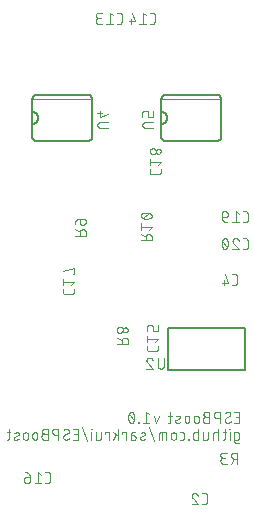
<source format=gbr>
G04 EAGLE Gerber RS-274X export*
G75*
%MOMM*%
%FSLAX34Y34*%
%LPD*%
%INSilkscreen Bottom*%
%IPPOS*%
%AMOC8*
5,1,8,0,0,1.08239X$1,22.5*%
G01*
%ADD10C,0.076200*%
%ADD11C,0.203200*%
%ADD12C,0.152400*%
%ADD13C,0.050800*%
%ADD14C,0.101600*%


D10*
X224550Y140335D02*
X228727Y140335D01*
X228727Y149733D01*
X224550Y149733D01*
X225594Y145556D02*
X228727Y145556D01*
X218297Y140335D02*
X218208Y140337D01*
X218120Y140343D01*
X218032Y140352D01*
X217944Y140365D01*
X217857Y140382D01*
X217771Y140402D01*
X217686Y140427D01*
X217601Y140454D01*
X217518Y140486D01*
X217437Y140520D01*
X217357Y140559D01*
X217279Y140600D01*
X217202Y140645D01*
X217128Y140693D01*
X217055Y140744D01*
X216985Y140798D01*
X216918Y140856D01*
X216852Y140916D01*
X216790Y140978D01*
X216730Y141044D01*
X216672Y141111D01*
X216618Y141181D01*
X216567Y141254D01*
X216519Y141328D01*
X216474Y141405D01*
X216433Y141483D01*
X216394Y141563D01*
X216360Y141644D01*
X216328Y141727D01*
X216301Y141812D01*
X216276Y141897D01*
X216256Y141983D01*
X216239Y142070D01*
X216226Y142158D01*
X216217Y142246D01*
X216211Y142334D01*
X216209Y142423D01*
X218297Y140335D02*
X218426Y140337D01*
X218555Y140343D01*
X218684Y140352D01*
X218812Y140365D01*
X218940Y140382D01*
X219067Y140403D01*
X219194Y140427D01*
X219320Y140455D01*
X219445Y140487D01*
X219569Y140522D01*
X219692Y140561D01*
X219814Y140604D01*
X219934Y140650D01*
X220053Y140700D01*
X220171Y140753D01*
X220287Y140809D01*
X220401Y140869D01*
X220514Y140932D01*
X220624Y140999D01*
X220733Y141068D01*
X220839Y141141D01*
X220944Y141217D01*
X221046Y141296D01*
X221146Y141378D01*
X221243Y141462D01*
X221338Y141550D01*
X221430Y141640D01*
X221168Y147645D02*
X221166Y147734D01*
X221160Y147822D01*
X221151Y147910D01*
X221138Y147998D01*
X221121Y148085D01*
X221101Y148171D01*
X221076Y148256D01*
X221049Y148341D01*
X221017Y148424D01*
X220983Y148505D01*
X220944Y148585D01*
X220903Y148663D01*
X220858Y148740D01*
X220810Y148814D01*
X220759Y148887D01*
X220705Y148957D01*
X220647Y149024D01*
X220587Y149090D01*
X220525Y149152D01*
X220459Y149212D01*
X220392Y149270D01*
X220322Y149324D01*
X220249Y149375D01*
X220175Y149423D01*
X220098Y149468D01*
X220020Y149509D01*
X219940Y149548D01*
X219859Y149582D01*
X219776Y149614D01*
X219691Y149641D01*
X219606Y149666D01*
X219520Y149686D01*
X219433Y149703D01*
X219345Y149716D01*
X219257Y149725D01*
X219169Y149731D01*
X219080Y149733D01*
X218960Y149731D01*
X218840Y149726D01*
X218721Y149716D01*
X218601Y149704D01*
X218482Y149687D01*
X218364Y149667D01*
X218246Y149643D01*
X218130Y149616D01*
X218014Y149585D01*
X217899Y149551D01*
X217785Y149513D01*
X217672Y149471D01*
X217561Y149426D01*
X217451Y149378D01*
X217343Y149327D01*
X217236Y149272D01*
X217131Y149214D01*
X217028Y149152D01*
X216927Y149088D01*
X216827Y149020D01*
X216730Y148950D01*
X220124Y145818D02*
X220202Y145866D01*
X220278Y145918D01*
X220351Y145972D01*
X220422Y146030D01*
X220491Y146091D01*
X220557Y146155D01*
X220620Y146222D01*
X220680Y146291D01*
X220737Y146363D01*
X220791Y146437D01*
X220841Y146514D01*
X220889Y146593D01*
X220932Y146673D01*
X220973Y146756D01*
X221009Y146840D01*
X221042Y146925D01*
X221071Y147012D01*
X221097Y147101D01*
X221119Y147190D01*
X221136Y147280D01*
X221150Y147370D01*
X221160Y147462D01*
X221166Y147553D01*
X221168Y147645D01*
X217252Y144250D02*
X217174Y144202D01*
X217098Y144150D01*
X217025Y144096D01*
X216954Y144038D01*
X216885Y143977D01*
X216819Y143913D01*
X216756Y143846D01*
X216696Y143777D01*
X216639Y143705D01*
X216585Y143631D01*
X216535Y143554D01*
X216487Y143475D01*
X216444Y143395D01*
X216403Y143312D01*
X216367Y143228D01*
X216334Y143143D01*
X216305Y143056D01*
X216279Y142967D01*
X216257Y142878D01*
X216240Y142788D01*
X216226Y142698D01*
X216216Y142606D01*
X216210Y142515D01*
X216208Y142423D01*
X217252Y144251D02*
X220124Y145817D01*
X212154Y149733D02*
X212154Y140335D01*
X212154Y149733D02*
X209544Y149733D01*
X209443Y149731D01*
X209342Y149725D01*
X209241Y149715D01*
X209141Y149702D01*
X209041Y149684D01*
X208942Y149663D01*
X208844Y149637D01*
X208747Y149608D01*
X208651Y149576D01*
X208557Y149539D01*
X208464Y149499D01*
X208372Y149455D01*
X208283Y149408D01*
X208195Y149357D01*
X208109Y149303D01*
X208026Y149246D01*
X207944Y149186D01*
X207866Y149122D01*
X207789Y149056D01*
X207716Y148986D01*
X207645Y148914D01*
X207577Y148839D01*
X207512Y148761D01*
X207450Y148681D01*
X207391Y148599D01*
X207335Y148514D01*
X207283Y148428D01*
X207234Y148339D01*
X207188Y148248D01*
X207147Y148156D01*
X207108Y148062D01*
X207074Y147967D01*
X207043Y147871D01*
X207016Y147773D01*
X206992Y147675D01*
X206973Y147575D01*
X206957Y147475D01*
X206945Y147375D01*
X206937Y147274D01*
X206933Y147173D01*
X206933Y147071D01*
X206937Y146970D01*
X206945Y146869D01*
X206957Y146769D01*
X206973Y146669D01*
X206992Y146569D01*
X207016Y146471D01*
X207043Y146373D01*
X207074Y146277D01*
X207108Y146182D01*
X207147Y146088D01*
X207188Y145996D01*
X207234Y145905D01*
X207283Y145817D01*
X207335Y145730D01*
X207391Y145645D01*
X207450Y145563D01*
X207512Y145483D01*
X207577Y145405D01*
X207645Y145330D01*
X207716Y145258D01*
X207789Y145188D01*
X207866Y145122D01*
X207944Y145058D01*
X208026Y144998D01*
X208109Y144941D01*
X208195Y144887D01*
X208283Y144836D01*
X208372Y144789D01*
X208464Y144745D01*
X208557Y144705D01*
X208651Y144668D01*
X208747Y144636D01*
X208844Y144607D01*
X208942Y144581D01*
X209041Y144560D01*
X209141Y144542D01*
X209241Y144529D01*
X209342Y144519D01*
X209443Y144513D01*
X209544Y144511D01*
X209544Y144512D02*
X212154Y144512D01*
X203010Y145556D02*
X200400Y145556D01*
X200400Y145557D02*
X200299Y145555D01*
X200198Y145549D01*
X200097Y145539D01*
X199997Y145526D01*
X199897Y145508D01*
X199798Y145487D01*
X199700Y145461D01*
X199603Y145432D01*
X199507Y145400D01*
X199413Y145363D01*
X199320Y145323D01*
X199228Y145279D01*
X199139Y145232D01*
X199051Y145181D01*
X198965Y145127D01*
X198882Y145070D01*
X198800Y145010D01*
X198722Y144946D01*
X198645Y144880D01*
X198572Y144810D01*
X198501Y144738D01*
X198433Y144663D01*
X198368Y144585D01*
X198306Y144505D01*
X198247Y144423D01*
X198191Y144338D01*
X198139Y144252D01*
X198090Y144163D01*
X198044Y144072D01*
X198003Y143980D01*
X197964Y143886D01*
X197930Y143791D01*
X197899Y143695D01*
X197872Y143597D01*
X197848Y143499D01*
X197829Y143399D01*
X197813Y143299D01*
X197801Y143199D01*
X197793Y143098D01*
X197789Y142997D01*
X197789Y142895D01*
X197793Y142794D01*
X197801Y142693D01*
X197813Y142593D01*
X197829Y142493D01*
X197848Y142393D01*
X197872Y142295D01*
X197899Y142197D01*
X197930Y142101D01*
X197964Y142006D01*
X198003Y141912D01*
X198044Y141820D01*
X198090Y141729D01*
X198139Y141641D01*
X198191Y141554D01*
X198247Y141469D01*
X198306Y141387D01*
X198368Y141307D01*
X198433Y141229D01*
X198501Y141154D01*
X198572Y141082D01*
X198645Y141012D01*
X198722Y140946D01*
X198800Y140882D01*
X198882Y140822D01*
X198965Y140765D01*
X199051Y140711D01*
X199139Y140660D01*
X199228Y140613D01*
X199320Y140569D01*
X199413Y140529D01*
X199507Y140492D01*
X199603Y140460D01*
X199700Y140431D01*
X199798Y140405D01*
X199897Y140384D01*
X199997Y140366D01*
X200097Y140353D01*
X200198Y140343D01*
X200299Y140337D01*
X200400Y140335D01*
X203010Y140335D01*
X203010Y149733D01*
X200400Y149733D01*
X200310Y149731D01*
X200221Y149725D01*
X200131Y149716D01*
X200042Y149702D01*
X199954Y149685D01*
X199867Y149664D01*
X199780Y149639D01*
X199695Y149610D01*
X199611Y149578D01*
X199529Y149543D01*
X199448Y149503D01*
X199369Y149461D01*
X199292Y149415D01*
X199217Y149365D01*
X199144Y149313D01*
X199073Y149257D01*
X199005Y149199D01*
X198940Y149137D01*
X198877Y149073D01*
X198817Y149006D01*
X198760Y148937D01*
X198706Y148865D01*
X198655Y148791D01*
X198607Y148715D01*
X198563Y148637D01*
X198522Y148557D01*
X198484Y148475D01*
X198450Y148392D01*
X198420Y148307D01*
X198393Y148221D01*
X198370Y148135D01*
X198351Y148047D01*
X198336Y147958D01*
X198324Y147869D01*
X198316Y147780D01*
X198312Y147690D01*
X198312Y147600D01*
X198316Y147510D01*
X198324Y147421D01*
X198336Y147332D01*
X198351Y147243D01*
X198370Y147155D01*
X198393Y147069D01*
X198420Y146983D01*
X198450Y146898D01*
X198484Y146815D01*
X198522Y146733D01*
X198563Y146653D01*
X198607Y146575D01*
X198655Y146499D01*
X198706Y146425D01*
X198760Y146353D01*
X198817Y146284D01*
X198877Y146217D01*
X198940Y146153D01*
X199005Y146091D01*
X199073Y146033D01*
X199144Y145977D01*
X199217Y145925D01*
X199292Y145875D01*
X199369Y145829D01*
X199448Y145787D01*
X199529Y145747D01*
X199611Y145712D01*
X199695Y145680D01*
X199780Y145651D01*
X199867Y145626D01*
X199954Y145605D01*
X200042Y145588D01*
X200131Y145574D01*
X200221Y145565D01*
X200310Y145559D01*
X200400Y145557D01*
X194390Y144512D02*
X194390Y142423D01*
X194389Y144512D02*
X194387Y144602D01*
X194381Y144691D01*
X194372Y144781D01*
X194358Y144870D01*
X194341Y144958D01*
X194320Y145045D01*
X194295Y145132D01*
X194266Y145217D01*
X194234Y145301D01*
X194199Y145383D01*
X194159Y145464D01*
X194117Y145543D01*
X194071Y145620D01*
X194021Y145695D01*
X193969Y145768D01*
X193913Y145839D01*
X193855Y145907D01*
X193793Y145972D01*
X193729Y146035D01*
X193662Y146095D01*
X193593Y146152D01*
X193521Y146206D01*
X193447Y146257D01*
X193371Y146305D01*
X193293Y146349D01*
X193213Y146390D01*
X193131Y146428D01*
X193048Y146462D01*
X192963Y146492D01*
X192877Y146519D01*
X192791Y146542D01*
X192703Y146561D01*
X192614Y146576D01*
X192525Y146588D01*
X192436Y146596D01*
X192346Y146600D01*
X192256Y146600D01*
X192166Y146596D01*
X192077Y146588D01*
X191988Y146576D01*
X191899Y146561D01*
X191811Y146542D01*
X191725Y146519D01*
X191639Y146492D01*
X191554Y146462D01*
X191471Y146428D01*
X191389Y146390D01*
X191309Y146349D01*
X191231Y146305D01*
X191155Y146257D01*
X191081Y146206D01*
X191009Y146152D01*
X190940Y146095D01*
X190873Y146035D01*
X190809Y145972D01*
X190747Y145907D01*
X190689Y145839D01*
X190633Y145768D01*
X190581Y145695D01*
X190531Y145620D01*
X190485Y145543D01*
X190443Y145464D01*
X190403Y145383D01*
X190368Y145301D01*
X190336Y145217D01*
X190307Y145132D01*
X190282Y145045D01*
X190261Y144958D01*
X190244Y144870D01*
X190230Y144781D01*
X190221Y144691D01*
X190215Y144602D01*
X190213Y144512D01*
X190213Y142423D01*
X190215Y142333D01*
X190221Y142244D01*
X190230Y142154D01*
X190244Y142065D01*
X190261Y141977D01*
X190282Y141890D01*
X190307Y141803D01*
X190336Y141718D01*
X190368Y141634D01*
X190403Y141552D01*
X190443Y141471D01*
X190485Y141392D01*
X190531Y141315D01*
X190581Y141240D01*
X190633Y141167D01*
X190689Y141096D01*
X190747Y141028D01*
X190809Y140963D01*
X190873Y140900D01*
X190940Y140840D01*
X191009Y140783D01*
X191081Y140729D01*
X191155Y140678D01*
X191231Y140630D01*
X191309Y140586D01*
X191389Y140545D01*
X191471Y140507D01*
X191554Y140473D01*
X191639Y140443D01*
X191725Y140416D01*
X191811Y140393D01*
X191899Y140374D01*
X191988Y140359D01*
X192077Y140347D01*
X192166Y140339D01*
X192256Y140335D01*
X192346Y140335D01*
X192436Y140339D01*
X192525Y140347D01*
X192614Y140359D01*
X192703Y140374D01*
X192791Y140393D01*
X192877Y140416D01*
X192963Y140443D01*
X193048Y140473D01*
X193131Y140507D01*
X193213Y140545D01*
X193293Y140586D01*
X193371Y140630D01*
X193447Y140678D01*
X193521Y140729D01*
X193593Y140783D01*
X193662Y140840D01*
X193729Y140900D01*
X193793Y140963D01*
X193855Y141028D01*
X193913Y141096D01*
X193969Y141167D01*
X194021Y141240D01*
X194071Y141315D01*
X194117Y141392D01*
X194159Y141471D01*
X194199Y141552D01*
X194234Y141634D01*
X194266Y141718D01*
X194295Y141803D01*
X194320Y141890D01*
X194341Y141977D01*
X194358Y142065D01*
X194372Y142154D01*
X194381Y142244D01*
X194387Y142333D01*
X194389Y142423D01*
X186465Y142423D02*
X186465Y144512D01*
X186463Y144602D01*
X186457Y144691D01*
X186448Y144781D01*
X186434Y144870D01*
X186417Y144958D01*
X186396Y145045D01*
X186371Y145132D01*
X186342Y145217D01*
X186310Y145301D01*
X186275Y145383D01*
X186235Y145464D01*
X186193Y145543D01*
X186147Y145620D01*
X186097Y145695D01*
X186045Y145768D01*
X185989Y145839D01*
X185931Y145907D01*
X185869Y145972D01*
X185805Y146035D01*
X185738Y146095D01*
X185669Y146152D01*
X185597Y146206D01*
X185523Y146257D01*
X185447Y146305D01*
X185369Y146349D01*
X185289Y146390D01*
X185207Y146428D01*
X185124Y146462D01*
X185039Y146492D01*
X184953Y146519D01*
X184867Y146542D01*
X184779Y146561D01*
X184690Y146576D01*
X184601Y146588D01*
X184512Y146596D01*
X184422Y146600D01*
X184332Y146600D01*
X184242Y146596D01*
X184153Y146588D01*
X184064Y146576D01*
X183975Y146561D01*
X183887Y146542D01*
X183801Y146519D01*
X183715Y146492D01*
X183630Y146462D01*
X183547Y146428D01*
X183465Y146390D01*
X183385Y146349D01*
X183307Y146305D01*
X183231Y146257D01*
X183157Y146206D01*
X183085Y146152D01*
X183016Y146095D01*
X182949Y146035D01*
X182885Y145972D01*
X182823Y145907D01*
X182765Y145839D01*
X182709Y145768D01*
X182657Y145695D01*
X182607Y145620D01*
X182561Y145543D01*
X182519Y145464D01*
X182479Y145383D01*
X182444Y145301D01*
X182412Y145217D01*
X182383Y145132D01*
X182358Y145045D01*
X182337Y144958D01*
X182320Y144870D01*
X182306Y144781D01*
X182297Y144691D01*
X182291Y144602D01*
X182289Y144512D01*
X182288Y144512D02*
X182288Y142423D01*
X182289Y142423D02*
X182291Y142333D01*
X182297Y142244D01*
X182306Y142154D01*
X182320Y142065D01*
X182337Y141977D01*
X182358Y141890D01*
X182383Y141803D01*
X182412Y141718D01*
X182444Y141634D01*
X182479Y141552D01*
X182519Y141471D01*
X182561Y141392D01*
X182607Y141315D01*
X182657Y141240D01*
X182709Y141167D01*
X182765Y141096D01*
X182823Y141028D01*
X182885Y140963D01*
X182949Y140900D01*
X183016Y140840D01*
X183085Y140783D01*
X183157Y140729D01*
X183231Y140678D01*
X183307Y140630D01*
X183385Y140586D01*
X183465Y140545D01*
X183547Y140507D01*
X183630Y140473D01*
X183715Y140443D01*
X183801Y140416D01*
X183887Y140393D01*
X183975Y140374D01*
X184064Y140359D01*
X184153Y140347D01*
X184242Y140339D01*
X184332Y140335D01*
X184422Y140335D01*
X184512Y140339D01*
X184601Y140347D01*
X184690Y140359D01*
X184779Y140374D01*
X184867Y140393D01*
X184953Y140416D01*
X185039Y140443D01*
X185124Y140473D01*
X185207Y140507D01*
X185289Y140545D01*
X185369Y140586D01*
X185447Y140630D01*
X185523Y140678D01*
X185597Y140729D01*
X185669Y140783D01*
X185738Y140840D01*
X185805Y140900D01*
X185869Y140963D01*
X185931Y141028D01*
X185989Y141096D01*
X186045Y141167D01*
X186097Y141240D01*
X186147Y141315D01*
X186193Y141392D01*
X186235Y141471D01*
X186275Y141552D01*
X186310Y141634D01*
X186342Y141718D01*
X186371Y141803D01*
X186396Y141890D01*
X186417Y141977D01*
X186434Y142065D01*
X186448Y142154D01*
X186457Y142244D01*
X186463Y142333D01*
X186465Y142423D01*
X177757Y143990D02*
X175147Y142946D01*
X177757Y143990D02*
X177823Y144018D01*
X177888Y144051D01*
X177951Y144086D01*
X178012Y144125D01*
X178071Y144167D01*
X178127Y144212D01*
X178181Y144260D01*
X178232Y144311D01*
X178281Y144364D01*
X178326Y144421D01*
X178369Y144479D01*
X178408Y144539D01*
X178445Y144602D01*
X178477Y144667D01*
X178506Y144733D01*
X178532Y144800D01*
X178554Y144869D01*
X178572Y144939D01*
X178587Y145010D01*
X178598Y145081D01*
X178605Y145153D01*
X178608Y145225D01*
X178607Y145297D01*
X178602Y145370D01*
X178594Y145441D01*
X178582Y145513D01*
X178566Y145583D01*
X178546Y145652D01*
X178522Y145721D01*
X178495Y145788D01*
X178465Y145853D01*
X178431Y145917D01*
X178393Y145979D01*
X178353Y146039D01*
X178309Y146096D01*
X178262Y146151D01*
X178212Y146204D01*
X178160Y146253D01*
X178105Y146300D01*
X178048Y146344D01*
X177988Y146385D01*
X177926Y146422D01*
X177862Y146457D01*
X177797Y146487D01*
X177730Y146515D01*
X177662Y146538D01*
X177592Y146558D01*
X177522Y146574D01*
X177451Y146587D01*
X177379Y146595D01*
X177307Y146600D01*
X177235Y146601D01*
X177235Y146600D02*
X177084Y146596D01*
X176933Y146588D01*
X176782Y146577D01*
X176631Y146561D01*
X176481Y146541D01*
X176331Y146518D01*
X176182Y146491D01*
X176034Y146460D01*
X175886Y146425D01*
X175740Y146387D01*
X175594Y146344D01*
X175450Y146298D01*
X175307Y146249D01*
X175165Y146196D01*
X175025Y146139D01*
X174886Y146078D01*
X175146Y142946D02*
X175080Y142918D01*
X175015Y142885D01*
X174952Y142850D01*
X174891Y142811D01*
X174832Y142769D01*
X174776Y142724D01*
X174722Y142676D01*
X174671Y142625D01*
X174622Y142572D01*
X174577Y142515D01*
X174534Y142457D01*
X174495Y142397D01*
X174458Y142334D01*
X174426Y142269D01*
X174397Y142203D01*
X174371Y142136D01*
X174349Y142067D01*
X174331Y141997D01*
X174316Y141926D01*
X174305Y141855D01*
X174298Y141783D01*
X174295Y141711D01*
X174296Y141639D01*
X174301Y141566D01*
X174309Y141495D01*
X174321Y141423D01*
X174337Y141353D01*
X174357Y141284D01*
X174381Y141215D01*
X174408Y141148D01*
X174438Y141083D01*
X174472Y141019D01*
X174510Y140957D01*
X174550Y140897D01*
X174594Y140840D01*
X174641Y140785D01*
X174691Y140732D01*
X174743Y140683D01*
X174798Y140636D01*
X174855Y140592D01*
X174915Y140551D01*
X174977Y140514D01*
X175041Y140479D01*
X175106Y140449D01*
X175173Y140421D01*
X175241Y140398D01*
X175311Y140378D01*
X175381Y140362D01*
X175452Y140349D01*
X175524Y140341D01*
X175596Y140336D01*
X175668Y140335D01*
X175878Y140340D01*
X176087Y140351D01*
X176296Y140366D01*
X176504Y140386D01*
X176712Y140412D01*
X176919Y140442D01*
X177126Y140477D01*
X177331Y140517D01*
X177536Y140561D01*
X177739Y140611D01*
X177942Y140665D01*
X178143Y140725D01*
X178342Y140788D01*
X178540Y140857D01*
X171384Y146600D02*
X168252Y146600D01*
X170340Y149733D02*
X170340Y141901D01*
X170338Y141824D01*
X170332Y141748D01*
X170323Y141671D01*
X170310Y141595D01*
X170293Y141520D01*
X170273Y141446D01*
X170248Y141373D01*
X170221Y141302D01*
X170190Y141231D01*
X170155Y141163D01*
X170117Y141096D01*
X170076Y141031D01*
X170032Y140968D01*
X169985Y140908D01*
X169934Y140849D01*
X169881Y140794D01*
X169826Y140741D01*
X169767Y140690D01*
X169707Y140643D01*
X169644Y140599D01*
X169579Y140558D01*
X169512Y140520D01*
X169444Y140485D01*
X169373Y140454D01*
X169302Y140427D01*
X169229Y140402D01*
X169155Y140382D01*
X169080Y140365D01*
X169004Y140352D01*
X168927Y140343D01*
X168851Y140337D01*
X168774Y140335D01*
X168252Y140335D01*
X158164Y140335D02*
X160252Y146600D01*
X156076Y146600D02*
X158164Y140335D01*
X152545Y147645D02*
X149934Y149733D01*
X149934Y140335D01*
X147324Y140335D02*
X152545Y140335D01*
X143795Y140335D02*
X143795Y140857D01*
X143273Y140857D01*
X143273Y140335D01*
X143795Y140335D01*
X139744Y145034D02*
X139742Y145219D01*
X139735Y145404D01*
X139724Y145588D01*
X139709Y145772D01*
X139689Y145956D01*
X139665Y146140D01*
X139636Y146322D01*
X139603Y146504D01*
X139566Y146685D01*
X139524Y146865D01*
X139478Y147045D01*
X139428Y147223D01*
X139374Y147399D01*
X139315Y147575D01*
X139253Y147749D01*
X139186Y147921D01*
X139115Y148092D01*
X139040Y148261D01*
X138961Y148428D01*
X138931Y148508D01*
X138898Y148587D01*
X138861Y148664D01*
X138821Y148740D01*
X138778Y148814D01*
X138732Y148886D01*
X138682Y148955D01*
X138630Y149023D01*
X138574Y149088D01*
X138516Y149151D01*
X138454Y149210D01*
X138391Y149268D01*
X138324Y149322D01*
X138256Y149373D01*
X138185Y149421D01*
X138112Y149466D01*
X138038Y149508D01*
X137961Y149546D01*
X137883Y149581D01*
X137804Y149613D01*
X137723Y149641D01*
X137641Y149665D01*
X137557Y149686D01*
X137474Y149703D01*
X137389Y149716D01*
X137304Y149725D01*
X137219Y149731D01*
X137133Y149733D01*
X137047Y149731D01*
X136962Y149725D01*
X136877Y149716D01*
X136792Y149703D01*
X136709Y149686D01*
X136625Y149665D01*
X136543Y149641D01*
X136463Y149613D01*
X136383Y149581D01*
X136305Y149546D01*
X136228Y149508D01*
X136154Y149466D01*
X136081Y149421D01*
X136010Y149373D01*
X135942Y149322D01*
X135875Y149268D01*
X135812Y149210D01*
X135751Y149151D01*
X135692Y149088D01*
X135637Y149023D01*
X135584Y148955D01*
X135534Y148886D01*
X135488Y148814D01*
X135445Y148740D01*
X135405Y148664D01*
X135368Y148587D01*
X135335Y148508D01*
X135305Y148428D01*
X135226Y148261D01*
X135151Y148092D01*
X135080Y147921D01*
X135013Y147749D01*
X134951Y147575D01*
X134892Y147399D01*
X134838Y147223D01*
X134788Y147045D01*
X134742Y146865D01*
X134700Y146685D01*
X134663Y146504D01*
X134630Y146322D01*
X134601Y146140D01*
X134577Y145956D01*
X134557Y145772D01*
X134542Y145588D01*
X134531Y145404D01*
X134524Y145219D01*
X134522Y145034D01*
X139744Y145034D02*
X139742Y144849D01*
X139735Y144664D01*
X139724Y144480D01*
X139709Y144296D01*
X139689Y144112D01*
X139665Y143928D01*
X139636Y143746D01*
X139603Y143564D01*
X139566Y143383D01*
X139524Y143203D01*
X139478Y143023D01*
X139428Y142845D01*
X139374Y142669D01*
X139315Y142493D01*
X139253Y142319D01*
X139186Y142147D01*
X139115Y141976D01*
X139040Y141807D01*
X138961Y141640D01*
X138931Y141560D01*
X138898Y141481D01*
X138861Y141404D01*
X138821Y141328D01*
X138778Y141254D01*
X138732Y141182D01*
X138682Y141113D01*
X138629Y141045D01*
X138574Y140980D01*
X138515Y140917D01*
X138454Y140858D01*
X138391Y140800D01*
X138324Y140746D01*
X138256Y140695D01*
X138185Y140647D01*
X138112Y140602D01*
X138038Y140560D01*
X137961Y140522D01*
X137883Y140487D01*
X137804Y140455D01*
X137723Y140427D01*
X137641Y140403D01*
X137557Y140382D01*
X137474Y140365D01*
X137389Y140352D01*
X137304Y140343D01*
X137219Y140337D01*
X137133Y140335D01*
X135305Y141640D02*
X135226Y141807D01*
X135151Y141976D01*
X135080Y142147D01*
X135013Y142319D01*
X134951Y142493D01*
X134892Y142669D01*
X134838Y142845D01*
X134788Y143023D01*
X134742Y143203D01*
X134700Y143383D01*
X134663Y143564D01*
X134630Y143746D01*
X134601Y143928D01*
X134577Y144112D01*
X134557Y144296D01*
X134542Y144480D01*
X134531Y144664D01*
X134524Y144849D01*
X134522Y145034D01*
X135305Y141640D02*
X135335Y141560D01*
X135368Y141481D01*
X135405Y141404D01*
X135445Y141328D01*
X135488Y141254D01*
X135534Y141182D01*
X135584Y141113D01*
X135637Y141045D01*
X135692Y140980D01*
X135751Y140917D01*
X135812Y140858D01*
X135875Y140800D01*
X135942Y140746D01*
X136010Y140695D01*
X136081Y140647D01*
X136154Y140602D01*
X136228Y140560D01*
X136305Y140522D01*
X136383Y140487D01*
X136463Y140455D01*
X136543Y140427D01*
X136625Y140403D01*
X136709Y140382D01*
X136792Y140365D01*
X136877Y140352D01*
X136962Y140343D01*
X137047Y140337D01*
X137133Y140335D01*
X139221Y142423D02*
X135044Y147645D01*
X224550Y126111D02*
X227161Y126111D01*
X227238Y126113D01*
X227314Y126119D01*
X227391Y126128D01*
X227467Y126141D01*
X227542Y126158D01*
X227616Y126178D01*
X227689Y126203D01*
X227760Y126230D01*
X227831Y126261D01*
X227899Y126296D01*
X227966Y126334D01*
X228031Y126375D01*
X228094Y126419D01*
X228154Y126466D01*
X228213Y126517D01*
X228268Y126570D01*
X228321Y126625D01*
X228372Y126684D01*
X228419Y126744D01*
X228463Y126807D01*
X228504Y126872D01*
X228542Y126939D01*
X228577Y127007D01*
X228608Y127078D01*
X228635Y127149D01*
X228660Y127222D01*
X228680Y127296D01*
X228697Y127371D01*
X228710Y127447D01*
X228719Y127524D01*
X228725Y127600D01*
X228727Y127677D01*
X228727Y130810D01*
X228725Y130887D01*
X228719Y130963D01*
X228710Y131040D01*
X228697Y131116D01*
X228680Y131191D01*
X228660Y131265D01*
X228635Y131338D01*
X228608Y131409D01*
X228577Y131480D01*
X228542Y131548D01*
X228504Y131615D01*
X228463Y131680D01*
X228419Y131743D01*
X228372Y131803D01*
X228321Y131862D01*
X228268Y131917D01*
X228213Y131970D01*
X228154Y132021D01*
X228094Y132068D01*
X228031Y132112D01*
X227966Y132153D01*
X227899Y132191D01*
X227831Y132226D01*
X227760Y132257D01*
X227689Y132284D01*
X227616Y132309D01*
X227542Y132329D01*
X227467Y132346D01*
X227391Y132359D01*
X227314Y132368D01*
X227238Y132374D01*
X227161Y132376D01*
X224550Y132376D01*
X224550Y124545D01*
X224552Y124468D01*
X224558Y124392D01*
X224567Y124315D01*
X224580Y124239D01*
X224597Y124164D01*
X224617Y124090D01*
X224642Y124017D01*
X224669Y123946D01*
X224700Y123875D01*
X224735Y123807D01*
X224773Y123740D01*
X224814Y123675D01*
X224858Y123612D01*
X224905Y123552D01*
X224956Y123493D01*
X225009Y123438D01*
X225064Y123385D01*
X225123Y123334D01*
X225183Y123287D01*
X225246Y123243D01*
X225311Y123202D01*
X225378Y123164D01*
X225446Y123129D01*
X225517Y123098D01*
X225588Y123071D01*
X225661Y123046D01*
X225735Y123026D01*
X225810Y123009D01*
X225886Y122996D01*
X225963Y122987D01*
X226039Y122981D01*
X226116Y122979D01*
X226116Y122978D02*
X228205Y122978D01*
X220497Y126111D02*
X220497Y132376D01*
X220758Y134987D02*
X220758Y135509D01*
X220236Y135509D01*
X220236Y134987D01*
X220758Y134987D01*
X217563Y132376D02*
X214430Y132376D01*
X216519Y135509D02*
X216519Y127677D01*
X216518Y127677D02*
X216516Y127600D01*
X216510Y127524D01*
X216501Y127447D01*
X216488Y127371D01*
X216471Y127296D01*
X216451Y127222D01*
X216426Y127149D01*
X216399Y127078D01*
X216368Y127007D01*
X216333Y126939D01*
X216295Y126872D01*
X216254Y126807D01*
X216210Y126744D01*
X216163Y126684D01*
X216112Y126625D01*
X216059Y126570D01*
X216004Y126517D01*
X215945Y126466D01*
X215885Y126419D01*
X215822Y126375D01*
X215757Y126334D01*
X215690Y126296D01*
X215622Y126261D01*
X215551Y126230D01*
X215480Y126203D01*
X215407Y126178D01*
X215333Y126158D01*
X215258Y126141D01*
X215182Y126128D01*
X215105Y126119D01*
X215029Y126113D01*
X214952Y126111D01*
X214430Y126111D01*
X210698Y126111D02*
X210698Y135509D01*
X210698Y132376D02*
X208088Y132376D01*
X208011Y132374D01*
X207935Y132368D01*
X207858Y132359D01*
X207782Y132346D01*
X207708Y132329D01*
X207633Y132309D01*
X207560Y132284D01*
X207489Y132257D01*
X207418Y132226D01*
X207350Y132191D01*
X207283Y132153D01*
X207218Y132112D01*
X207155Y132068D01*
X207095Y132021D01*
X207036Y131970D01*
X206981Y131917D01*
X206928Y131862D01*
X206877Y131803D01*
X206830Y131743D01*
X206786Y131680D01*
X206745Y131615D01*
X206707Y131548D01*
X206672Y131480D01*
X206641Y131409D01*
X206614Y131338D01*
X206589Y131265D01*
X206569Y131191D01*
X206552Y131116D01*
X206539Y131040D01*
X206530Y130964D01*
X206524Y130887D01*
X206522Y130810D01*
X206521Y130810D02*
X206521Y126111D01*
X202164Y127677D02*
X202164Y132376D01*
X202164Y127677D02*
X202162Y127600D01*
X202156Y127524D01*
X202147Y127447D01*
X202134Y127371D01*
X202117Y127296D01*
X202097Y127222D01*
X202072Y127149D01*
X202045Y127078D01*
X202014Y127007D01*
X201979Y126939D01*
X201941Y126872D01*
X201900Y126807D01*
X201856Y126744D01*
X201809Y126684D01*
X201758Y126625D01*
X201705Y126570D01*
X201650Y126517D01*
X201591Y126466D01*
X201531Y126419D01*
X201468Y126375D01*
X201403Y126334D01*
X201336Y126296D01*
X201268Y126261D01*
X201197Y126230D01*
X201126Y126203D01*
X201053Y126178D01*
X200979Y126158D01*
X200904Y126141D01*
X200828Y126128D01*
X200751Y126119D01*
X200675Y126113D01*
X200598Y126111D01*
X197987Y126111D01*
X197987Y132376D01*
X193584Y135509D02*
X193584Y126111D01*
X190973Y126111D01*
X190896Y126113D01*
X190820Y126119D01*
X190743Y126128D01*
X190667Y126141D01*
X190593Y126158D01*
X190518Y126178D01*
X190445Y126203D01*
X190374Y126230D01*
X190303Y126261D01*
X190235Y126296D01*
X190168Y126334D01*
X190103Y126375D01*
X190040Y126419D01*
X189980Y126466D01*
X189921Y126517D01*
X189866Y126570D01*
X189813Y126625D01*
X189762Y126684D01*
X189715Y126744D01*
X189671Y126807D01*
X189630Y126872D01*
X189592Y126939D01*
X189557Y127007D01*
X189526Y127078D01*
X189499Y127149D01*
X189474Y127222D01*
X189454Y127296D01*
X189437Y127371D01*
X189424Y127447D01*
X189415Y127523D01*
X189409Y127600D01*
X189407Y127677D01*
X189407Y130810D01*
X189409Y130887D01*
X189415Y130963D01*
X189424Y131040D01*
X189437Y131116D01*
X189454Y131191D01*
X189474Y131265D01*
X189499Y131338D01*
X189526Y131409D01*
X189557Y131480D01*
X189592Y131548D01*
X189630Y131615D01*
X189671Y131680D01*
X189715Y131743D01*
X189762Y131803D01*
X189813Y131862D01*
X189866Y131917D01*
X189921Y131970D01*
X189980Y132021D01*
X190040Y132068D01*
X190103Y132112D01*
X190168Y132153D01*
X190235Y132191D01*
X190303Y132226D01*
X190374Y132257D01*
X190445Y132284D01*
X190518Y132309D01*
X190593Y132329D01*
X190668Y132346D01*
X190743Y132359D01*
X190820Y132368D01*
X190896Y132374D01*
X190973Y132376D01*
X193584Y132376D01*
X186011Y126633D02*
X186011Y126111D01*
X186011Y126633D02*
X185489Y126633D01*
X185489Y126111D01*
X186011Y126111D01*
X180471Y126111D02*
X178382Y126111D01*
X180471Y126111D02*
X180548Y126113D01*
X180624Y126119D01*
X180701Y126128D01*
X180777Y126141D01*
X180852Y126158D01*
X180926Y126178D01*
X180999Y126203D01*
X181070Y126230D01*
X181141Y126261D01*
X181209Y126296D01*
X181276Y126334D01*
X181341Y126375D01*
X181404Y126419D01*
X181464Y126466D01*
X181523Y126517D01*
X181578Y126570D01*
X181631Y126625D01*
X181682Y126684D01*
X181729Y126744D01*
X181773Y126807D01*
X181814Y126872D01*
X181852Y126939D01*
X181887Y127007D01*
X181918Y127078D01*
X181945Y127149D01*
X181970Y127222D01*
X181990Y127296D01*
X182007Y127371D01*
X182020Y127447D01*
X182029Y127524D01*
X182035Y127600D01*
X182037Y127677D01*
X182037Y130810D01*
X182035Y130887D01*
X182029Y130963D01*
X182020Y131040D01*
X182007Y131116D01*
X181990Y131191D01*
X181970Y131265D01*
X181945Y131338D01*
X181918Y131409D01*
X181887Y131480D01*
X181852Y131548D01*
X181814Y131615D01*
X181773Y131680D01*
X181729Y131743D01*
X181682Y131803D01*
X181631Y131862D01*
X181578Y131917D01*
X181523Y131970D01*
X181464Y132021D01*
X181404Y132068D01*
X181341Y132112D01*
X181276Y132153D01*
X181209Y132191D01*
X181141Y132226D01*
X181070Y132257D01*
X180999Y132284D01*
X180926Y132309D01*
X180852Y132329D01*
X180777Y132346D01*
X180701Y132359D01*
X180624Y132368D01*
X180548Y132374D01*
X180471Y132376D01*
X178382Y132376D01*
X175037Y130288D02*
X175037Y128199D01*
X175036Y130288D02*
X175034Y130378D01*
X175028Y130467D01*
X175019Y130557D01*
X175005Y130646D01*
X174988Y130734D01*
X174967Y130821D01*
X174942Y130908D01*
X174913Y130993D01*
X174881Y131077D01*
X174846Y131159D01*
X174806Y131240D01*
X174764Y131319D01*
X174718Y131396D01*
X174668Y131471D01*
X174616Y131544D01*
X174560Y131615D01*
X174502Y131683D01*
X174440Y131748D01*
X174376Y131811D01*
X174309Y131871D01*
X174240Y131928D01*
X174168Y131982D01*
X174094Y132033D01*
X174018Y132081D01*
X173940Y132125D01*
X173860Y132166D01*
X173778Y132204D01*
X173695Y132238D01*
X173610Y132268D01*
X173524Y132295D01*
X173438Y132318D01*
X173350Y132337D01*
X173261Y132352D01*
X173172Y132364D01*
X173083Y132372D01*
X172993Y132376D01*
X172903Y132376D01*
X172813Y132372D01*
X172724Y132364D01*
X172635Y132352D01*
X172546Y132337D01*
X172458Y132318D01*
X172372Y132295D01*
X172286Y132268D01*
X172201Y132238D01*
X172118Y132204D01*
X172036Y132166D01*
X171956Y132125D01*
X171878Y132081D01*
X171802Y132033D01*
X171728Y131982D01*
X171656Y131928D01*
X171587Y131871D01*
X171520Y131811D01*
X171456Y131748D01*
X171394Y131683D01*
X171336Y131615D01*
X171280Y131544D01*
X171228Y131471D01*
X171178Y131396D01*
X171132Y131319D01*
X171090Y131240D01*
X171050Y131159D01*
X171015Y131077D01*
X170983Y130993D01*
X170954Y130908D01*
X170929Y130821D01*
X170908Y130734D01*
X170891Y130646D01*
X170877Y130557D01*
X170868Y130467D01*
X170862Y130378D01*
X170860Y130288D01*
X170860Y128199D01*
X170862Y128109D01*
X170868Y128020D01*
X170877Y127930D01*
X170891Y127841D01*
X170908Y127753D01*
X170929Y127666D01*
X170954Y127579D01*
X170983Y127494D01*
X171015Y127410D01*
X171050Y127328D01*
X171090Y127247D01*
X171132Y127168D01*
X171178Y127091D01*
X171228Y127016D01*
X171280Y126943D01*
X171336Y126872D01*
X171394Y126804D01*
X171456Y126739D01*
X171520Y126676D01*
X171587Y126616D01*
X171656Y126559D01*
X171728Y126505D01*
X171802Y126454D01*
X171878Y126406D01*
X171956Y126362D01*
X172036Y126321D01*
X172118Y126283D01*
X172201Y126249D01*
X172286Y126219D01*
X172372Y126192D01*
X172458Y126169D01*
X172546Y126150D01*
X172635Y126135D01*
X172724Y126123D01*
X172813Y126115D01*
X172903Y126111D01*
X172993Y126111D01*
X173083Y126115D01*
X173172Y126123D01*
X173261Y126135D01*
X173350Y126150D01*
X173438Y126169D01*
X173524Y126192D01*
X173610Y126219D01*
X173695Y126249D01*
X173778Y126283D01*
X173860Y126321D01*
X173940Y126362D01*
X174018Y126406D01*
X174094Y126454D01*
X174168Y126505D01*
X174240Y126559D01*
X174309Y126616D01*
X174376Y126676D01*
X174440Y126739D01*
X174502Y126804D01*
X174560Y126872D01*
X174616Y126943D01*
X174668Y127016D01*
X174718Y127091D01*
X174764Y127168D01*
X174806Y127247D01*
X174846Y127328D01*
X174881Y127410D01*
X174913Y127494D01*
X174942Y127579D01*
X174967Y127666D01*
X174988Y127753D01*
X175005Y127841D01*
X175019Y127930D01*
X175028Y128020D01*
X175034Y128109D01*
X175036Y128199D01*
X166632Y126111D02*
X166632Y132376D01*
X161933Y132376D01*
X161856Y132374D01*
X161780Y132368D01*
X161703Y132359D01*
X161627Y132346D01*
X161552Y132329D01*
X161478Y132309D01*
X161405Y132284D01*
X161334Y132257D01*
X161263Y132226D01*
X161195Y132191D01*
X161128Y132153D01*
X161063Y132112D01*
X161000Y132068D01*
X160940Y132021D01*
X160881Y131970D01*
X160826Y131917D01*
X160773Y131862D01*
X160722Y131803D01*
X160675Y131743D01*
X160631Y131680D01*
X160590Y131615D01*
X160552Y131548D01*
X160517Y131480D01*
X160486Y131409D01*
X160459Y131338D01*
X160434Y131265D01*
X160414Y131191D01*
X160397Y131116D01*
X160384Y131040D01*
X160375Y130963D01*
X160369Y130887D01*
X160367Y130810D01*
X160367Y126111D01*
X163500Y126111D02*
X163500Y132376D01*
X156444Y125067D02*
X152267Y136553D01*
X148041Y129766D02*
X145431Y128722D01*
X148041Y129766D02*
X148107Y129794D01*
X148172Y129827D01*
X148235Y129862D01*
X148296Y129901D01*
X148355Y129943D01*
X148411Y129988D01*
X148465Y130036D01*
X148516Y130087D01*
X148565Y130140D01*
X148610Y130197D01*
X148653Y130255D01*
X148692Y130315D01*
X148729Y130378D01*
X148761Y130443D01*
X148790Y130509D01*
X148816Y130576D01*
X148838Y130645D01*
X148856Y130715D01*
X148871Y130786D01*
X148882Y130857D01*
X148889Y130929D01*
X148892Y131001D01*
X148891Y131073D01*
X148886Y131146D01*
X148878Y131217D01*
X148866Y131289D01*
X148850Y131359D01*
X148830Y131428D01*
X148806Y131497D01*
X148779Y131564D01*
X148749Y131629D01*
X148715Y131693D01*
X148677Y131755D01*
X148637Y131815D01*
X148593Y131872D01*
X148546Y131927D01*
X148496Y131980D01*
X148444Y132029D01*
X148389Y132076D01*
X148332Y132120D01*
X148272Y132161D01*
X148210Y132198D01*
X148146Y132233D01*
X148081Y132263D01*
X148014Y132291D01*
X147946Y132314D01*
X147876Y132334D01*
X147806Y132350D01*
X147735Y132363D01*
X147663Y132371D01*
X147591Y132376D01*
X147519Y132377D01*
X147519Y132376D02*
X147368Y132372D01*
X147217Y132364D01*
X147066Y132353D01*
X146915Y132337D01*
X146765Y132317D01*
X146615Y132294D01*
X146466Y132267D01*
X146318Y132236D01*
X146170Y132201D01*
X146024Y132163D01*
X145878Y132120D01*
X145734Y132074D01*
X145591Y132025D01*
X145449Y131972D01*
X145309Y131915D01*
X145170Y131854D01*
X145430Y128722D02*
X145364Y128694D01*
X145299Y128661D01*
X145236Y128626D01*
X145175Y128587D01*
X145116Y128545D01*
X145060Y128500D01*
X145006Y128452D01*
X144955Y128401D01*
X144906Y128348D01*
X144861Y128291D01*
X144818Y128233D01*
X144779Y128173D01*
X144742Y128110D01*
X144710Y128045D01*
X144681Y127979D01*
X144655Y127912D01*
X144633Y127843D01*
X144615Y127773D01*
X144600Y127702D01*
X144589Y127631D01*
X144582Y127559D01*
X144579Y127487D01*
X144580Y127415D01*
X144585Y127342D01*
X144593Y127271D01*
X144605Y127199D01*
X144621Y127129D01*
X144641Y127060D01*
X144665Y126991D01*
X144692Y126924D01*
X144722Y126859D01*
X144756Y126795D01*
X144794Y126733D01*
X144834Y126673D01*
X144878Y126616D01*
X144925Y126561D01*
X144975Y126508D01*
X145027Y126459D01*
X145082Y126412D01*
X145139Y126368D01*
X145199Y126327D01*
X145261Y126290D01*
X145325Y126255D01*
X145390Y126225D01*
X145457Y126197D01*
X145525Y126174D01*
X145595Y126154D01*
X145665Y126138D01*
X145736Y126125D01*
X145808Y126117D01*
X145880Y126112D01*
X145952Y126111D01*
X146162Y126116D01*
X146371Y126127D01*
X146580Y126142D01*
X146788Y126162D01*
X146996Y126188D01*
X147203Y126218D01*
X147410Y126253D01*
X147615Y126293D01*
X147820Y126337D01*
X148023Y126387D01*
X148226Y126441D01*
X148427Y126501D01*
X148626Y126564D01*
X148824Y126633D01*
X139118Y129766D02*
X136768Y129766D01*
X139118Y129765D02*
X139202Y129763D01*
X139287Y129757D01*
X139370Y129747D01*
X139454Y129734D01*
X139536Y129716D01*
X139618Y129695D01*
X139699Y129670D01*
X139778Y129642D01*
X139856Y129609D01*
X139932Y129573D01*
X140007Y129534D01*
X140080Y129491D01*
X140151Y129445D01*
X140219Y129396D01*
X140285Y129344D01*
X140349Y129288D01*
X140410Y129230D01*
X140468Y129169D01*
X140524Y129105D01*
X140576Y129039D01*
X140625Y128971D01*
X140671Y128900D01*
X140714Y128827D01*
X140753Y128752D01*
X140789Y128676D01*
X140822Y128598D01*
X140850Y128519D01*
X140875Y128438D01*
X140896Y128356D01*
X140914Y128274D01*
X140927Y128190D01*
X140937Y128107D01*
X140943Y128022D01*
X140945Y127938D01*
X140943Y127854D01*
X140937Y127769D01*
X140927Y127686D01*
X140914Y127602D01*
X140896Y127520D01*
X140875Y127438D01*
X140850Y127357D01*
X140822Y127278D01*
X140789Y127200D01*
X140753Y127124D01*
X140714Y127049D01*
X140671Y126976D01*
X140625Y126905D01*
X140576Y126837D01*
X140524Y126771D01*
X140468Y126707D01*
X140410Y126646D01*
X140349Y126588D01*
X140285Y126532D01*
X140219Y126480D01*
X140151Y126431D01*
X140080Y126385D01*
X140007Y126342D01*
X139932Y126303D01*
X139856Y126267D01*
X139778Y126234D01*
X139699Y126206D01*
X139618Y126181D01*
X139536Y126160D01*
X139454Y126142D01*
X139370Y126129D01*
X139287Y126119D01*
X139202Y126113D01*
X139118Y126111D01*
X136768Y126111D01*
X136768Y130810D01*
X136769Y130810D02*
X136771Y130887D01*
X136777Y130963D01*
X136786Y131040D01*
X136799Y131116D01*
X136816Y131191D01*
X136836Y131265D01*
X136861Y131338D01*
X136888Y131409D01*
X136919Y131480D01*
X136954Y131548D01*
X136992Y131615D01*
X137033Y131680D01*
X137077Y131743D01*
X137124Y131803D01*
X137175Y131862D01*
X137228Y131917D01*
X137283Y131970D01*
X137342Y132021D01*
X137402Y132068D01*
X137465Y132112D01*
X137530Y132153D01*
X137597Y132191D01*
X137665Y132226D01*
X137736Y132257D01*
X137807Y132284D01*
X137880Y132309D01*
X137955Y132329D01*
X138030Y132346D01*
X138105Y132359D01*
X138182Y132368D01*
X138258Y132374D01*
X138335Y132376D01*
X140423Y132376D01*
X132314Y132376D02*
X132314Y126111D01*
X132314Y132376D02*
X129181Y132376D01*
X129181Y131332D01*
X125859Y135509D02*
X125859Y126111D01*
X125859Y129244D02*
X121682Y132376D01*
X124032Y130549D02*
X121682Y126111D01*
X117988Y126111D02*
X117988Y132376D01*
X114855Y132376D01*
X114855Y131332D01*
X111639Y132376D02*
X111639Y127677D01*
X111638Y127677D02*
X111636Y127600D01*
X111630Y127524D01*
X111621Y127447D01*
X111608Y127371D01*
X111591Y127296D01*
X111571Y127222D01*
X111546Y127149D01*
X111519Y127078D01*
X111488Y127007D01*
X111453Y126939D01*
X111415Y126872D01*
X111374Y126807D01*
X111330Y126744D01*
X111283Y126684D01*
X111232Y126625D01*
X111179Y126570D01*
X111124Y126517D01*
X111065Y126466D01*
X111005Y126419D01*
X110942Y126375D01*
X110877Y126334D01*
X110810Y126296D01*
X110742Y126261D01*
X110671Y126230D01*
X110600Y126203D01*
X110527Y126178D01*
X110453Y126158D01*
X110378Y126141D01*
X110302Y126128D01*
X110225Y126119D01*
X110149Y126113D01*
X110072Y126111D01*
X107462Y126111D01*
X107462Y132376D01*
X103454Y132376D02*
X103454Y126111D01*
X103715Y134987D02*
X103715Y135509D01*
X103193Y135509D01*
X103193Y134987D01*
X103715Y134987D01*
X95880Y136553D02*
X100056Y125067D01*
X92027Y126111D02*
X87850Y126111D01*
X92027Y126111D02*
X92027Y135509D01*
X87850Y135509D01*
X88894Y131332D02*
X92027Y131332D01*
X81596Y126111D02*
X81507Y126113D01*
X81419Y126119D01*
X81331Y126128D01*
X81243Y126141D01*
X81156Y126158D01*
X81070Y126178D01*
X80985Y126203D01*
X80900Y126230D01*
X80817Y126262D01*
X80736Y126296D01*
X80656Y126335D01*
X80578Y126376D01*
X80501Y126421D01*
X80427Y126469D01*
X80354Y126520D01*
X80284Y126574D01*
X80217Y126632D01*
X80151Y126692D01*
X80089Y126754D01*
X80029Y126820D01*
X79971Y126887D01*
X79917Y126957D01*
X79866Y127030D01*
X79818Y127104D01*
X79773Y127181D01*
X79732Y127259D01*
X79693Y127339D01*
X79659Y127420D01*
X79627Y127503D01*
X79600Y127588D01*
X79575Y127673D01*
X79555Y127759D01*
X79538Y127846D01*
X79525Y127934D01*
X79516Y128022D01*
X79510Y128110D01*
X79508Y128199D01*
X81596Y126111D02*
X81725Y126113D01*
X81854Y126119D01*
X81983Y126128D01*
X82111Y126141D01*
X82239Y126158D01*
X82366Y126179D01*
X82493Y126203D01*
X82619Y126231D01*
X82744Y126263D01*
X82868Y126298D01*
X82991Y126337D01*
X83113Y126380D01*
X83233Y126426D01*
X83352Y126476D01*
X83470Y126529D01*
X83586Y126585D01*
X83700Y126645D01*
X83813Y126708D01*
X83923Y126775D01*
X84032Y126844D01*
X84138Y126917D01*
X84243Y126993D01*
X84345Y127072D01*
X84445Y127154D01*
X84542Y127238D01*
X84637Y127326D01*
X84729Y127416D01*
X84468Y133421D02*
X84466Y133510D01*
X84460Y133598D01*
X84451Y133686D01*
X84438Y133774D01*
X84421Y133861D01*
X84401Y133947D01*
X84376Y134032D01*
X84349Y134117D01*
X84317Y134200D01*
X84283Y134281D01*
X84244Y134361D01*
X84203Y134439D01*
X84158Y134516D01*
X84110Y134590D01*
X84059Y134663D01*
X84005Y134733D01*
X83947Y134800D01*
X83887Y134866D01*
X83825Y134928D01*
X83759Y134988D01*
X83692Y135046D01*
X83622Y135100D01*
X83549Y135151D01*
X83475Y135199D01*
X83398Y135244D01*
X83320Y135285D01*
X83240Y135324D01*
X83159Y135358D01*
X83076Y135390D01*
X82991Y135417D01*
X82906Y135442D01*
X82820Y135462D01*
X82733Y135479D01*
X82645Y135492D01*
X82557Y135501D01*
X82469Y135507D01*
X82380Y135509D01*
X82260Y135507D01*
X82140Y135502D01*
X82021Y135492D01*
X81901Y135480D01*
X81782Y135463D01*
X81664Y135443D01*
X81546Y135419D01*
X81430Y135392D01*
X81314Y135361D01*
X81199Y135327D01*
X81085Y135289D01*
X80972Y135247D01*
X80861Y135202D01*
X80751Y135154D01*
X80643Y135103D01*
X80536Y135048D01*
X80431Y134990D01*
X80328Y134928D01*
X80227Y134864D01*
X80127Y134796D01*
X80030Y134726D01*
X83424Y131594D02*
X83502Y131642D01*
X83578Y131694D01*
X83651Y131748D01*
X83722Y131806D01*
X83791Y131867D01*
X83857Y131931D01*
X83920Y131998D01*
X83980Y132067D01*
X84037Y132139D01*
X84091Y132213D01*
X84141Y132290D01*
X84189Y132369D01*
X84232Y132449D01*
X84273Y132532D01*
X84309Y132616D01*
X84342Y132701D01*
X84371Y132788D01*
X84397Y132877D01*
X84419Y132966D01*
X84436Y133056D01*
X84450Y133146D01*
X84460Y133238D01*
X84466Y133329D01*
X84468Y133421D01*
X80552Y130026D02*
X80474Y129978D01*
X80398Y129926D01*
X80325Y129872D01*
X80254Y129814D01*
X80185Y129753D01*
X80119Y129689D01*
X80056Y129622D01*
X79996Y129553D01*
X79939Y129481D01*
X79885Y129407D01*
X79835Y129330D01*
X79787Y129251D01*
X79744Y129171D01*
X79703Y129088D01*
X79667Y129004D01*
X79634Y128919D01*
X79605Y128832D01*
X79579Y128743D01*
X79557Y128654D01*
X79540Y128564D01*
X79526Y128474D01*
X79516Y128382D01*
X79510Y128291D01*
X79508Y128199D01*
X80552Y130027D02*
X83424Y131593D01*
X75454Y135509D02*
X75454Y126111D01*
X75454Y135509D02*
X72843Y135509D01*
X72742Y135507D01*
X72641Y135501D01*
X72540Y135491D01*
X72440Y135478D01*
X72340Y135460D01*
X72241Y135439D01*
X72143Y135413D01*
X72046Y135384D01*
X71950Y135352D01*
X71856Y135315D01*
X71763Y135275D01*
X71671Y135231D01*
X71582Y135184D01*
X71494Y135133D01*
X71408Y135079D01*
X71325Y135022D01*
X71243Y134962D01*
X71165Y134898D01*
X71088Y134832D01*
X71015Y134762D01*
X70944Y134690D01*
X70876Y134615D01*
X70811Y134537D01*
X70749Y134457D01*
X70690Y134375D01*
X70634Y134290D01*
X70582Y134204D01*
X70533Y134115D01*
X70487Y134024D01*
X70446Y133932D01*
X70407Y133838D01*
X70373Y133743D01*
X70342Y133647D01*
X70315Y133549D01*
X70291Y133451D01*
X70272Y133351D01*
X70256Y133251D01*
X70244Y133151D01*
X70236Y133050D01*
X70232Y132949D01*
X70232Y132847D01*
X70236Y132746D01*
X70244Y132645D01*
X70256Y132545D01*
X70272Y132445D01*
X70291Y132345D01*
X70315Y132247D01*
X70342Y132149D01*
X70373Y132053D01*
X70407Y131958D01*
X70446Y131864D01*
X70487Y131772D01*
X70533Y131681D01*
X70582Y131593D01*
X70634Y131506D01*
X70690Y131421D01*
X70749Y131339D01*
X70811Y131259D01*
X70876Y131181D01*
X70944Y131106D01*
X71015Y131034D01*
X71088Y130964D01*
X71165Y130898D01*
X71243Y130834D01*
X71325Y130774D01*
X71408Y130717D01*
X71494Y130663D01*
X71582Y130612D01*
X71671Y130565D01*
X71763Y130521D01*
X71856Y130481D01*
X71950Y130444D01*
X72046Y130412D01*
X72143Y130383D01*
X72241Y130357D01*
X72340Y130336D01*
X72440Y130318D01*
X72540Y130305D01*
X72641Y130295D01*
X72742Y130289D01*
X72843Y130287D01*
X72843Y130288D02*
X75454Y130288D01*
X66310Y131332D02*
X63699Y131332D01*
X63699Y131333D02*
X63598Y131331D01*
X63497Y131325D01*
X63396Y131315D01*
X63296Y131302D01*
X63196Y131284D01*
X63097Y131263D01*
X62999Y131237D01*
X62902Y131208D01*
X62806Y131176D01*
X62712Y131139D01*
X62619Y131099D01*
X62527Y131055D01*
X62438Y131008D01*
X62350Y130957D01*
X62264Y130903D01*
X62181Y130846D01*
X62099Y130786D01*
X62021Y130722D01*
X61944Y130656D01*
X61871Y130586D01*
X61800Y130514D01*
X61732Y130439D01*
X61667Y130361D01*
X61605Y130281D01*
X61546Y130199D01*
X61490Y130114D01*
X61438Y130028D01*
X61389Y129939D01*
X61343Y129848D01*
X61302Y129756D01*
X61263Y129662D01*
X61229Y129567D01*
X61198Y129471D01*
X61171Y129373D01*
X61147Y129275D01*
X61128Y129175D01*
X61112Y129075D01*
X61100Y128975D01*
X61092Y128874D01*
X61088Y128773D01*
X61088Y128671D01*
X61092Y128570D01*
X61100Y128469D01*
X61112Y128369D01*
X61128Y128269D01*
X61147Y128169D01*
X61171Y128071D01*
X61198Y127973D01*
X61229Y127877D01*
X61263Y127782D01*
X61302Y127688D01*
X61343Y127596D01*
X61389Y127505D01*
X61438Y127417D01*
X61490Y127330D01*
X61546Y127245D01*
X61605Y127163D01*
X61667Y127083D01*
X61732Y127005D01*
X61800Y126930D01*
X61871Y126858D01*
X61944Y126788D01*
X62021Y126722D01*
X62099Y126658D01*
X62181Y126598D01*
X62264Y126541D01*
X62350Y126487D01*
X62438Y126436D01*
X62527Y126389D01*
X62619Y126345D01*
X62712Y126305D01*
X62806Y126268D01*
X62902Y126236D01*
X62999Y126207D01*
X63097Y126181D01*
X63196Y126160D01*
X63296Y126142D01*
X63396Y126129D01*
X63497Y126119D01*
X63598Y126113D01*
X63699Y126111D01*
X66310Y126111D01*
X66310Y135509D01*
X63699Y135509D01*
X63609Y135507D01*
X63520Y135501D01*
X63430Y135492D01*
X63341Y135478D01*
X63253Y135461D01*
X63166Y135440D01*
X63079Y135415D01*
X62994Y135386D01*
X62910Y135354D01*
X62828Y135319D01*
X62747Y135279D01*
X62668Y135237D01*
X62591Y135191D01*
X62516Y135141D01*
X62443Y135089D01*
X62372Y135033D01*
X62304Y134975D01*
X62239Y134913D01*
X62176Y134849D01*
X62116Y134782D01*
X62059Y134713D01*
X62005Y134641D01*
X61954Y134567D01*
X61906Y134491D01*
X61862Y134413D01*
X61821Y134333D01*
X61783Y134251D01*
X61749Y134168D01*
X61719Y134083D01*
X61692Y133997D01*
X61669Y133911D01*
X61650Y133823D01*
X61635Y133734D01*
X61623Y133645D01*
X61615Y133556D01*
X61611Y133466D01*
X61611Y133376D01*
X61615Y133286D01*
X61623Y133197D01*
X61635Y133108D01*
X61650Y133019D01*
X61669Y132931D01*
X61692Y132845D01*
X61719Y132759D01*
X61749Y132674D01*
X61783Y132591D01*
X61821Y132509D01*
X61862Y132429D01*
X61906Y132351D01*
X61954Y132275D01*
X62005Y132201D01*
X62059Y132129D01*
X62116Y132060D01*
X62176Y131993D01*
X62239Y131929D01*
X62304Y131867D01*
X62372Y131809D01*
X62443Y131753D01*
X62516Y131701D01*
X62591Y131651D01*
X62668Y131605D01*
X62747Y131563D01*
X62828Y131523D01*
X62910Y131488D01*
X62994Y131456D01*
X63079Y131427D01*
X63166Y131402D01*
X63253Y131381D01*
X63341Y131364D01*
X63430Y131350D01*
X63520Y131341D01*
X63609Y131335D01*
X63699Y131333D01*
X57689Y130288D02*
X57689Y128199D01*
X57689Y130288D02*
X57687Y130378D01*
X57681Y130467D01*
X57672Y130557D01*
X57658Y130646D01*
X57641Y130734D01*
X57620Y130821D01*
X57595Y130908D01*
X57566Y130993D01*
X57534Y131077D01*
X57499Y131159D01*
X57459Y131240D01*
X57417Y131319D01*
X57371Y131396D01*
X57321Y131471D01*
X57269Y131544D01*
X57213Y131615D01*
X57155Y131683D01*
X57093Y131748D01*
X57029Y131811D01*
X56962Y131871D01*
X56893Y131928D01*
X56821Y131982D01*
X56747Y132033D01*
X56671Y132081D01*
X56593Y132125D01*
X56513Y132166D01*
X56431Y132204D01*
X56348Y132238D01*
X56263Y132268D01*
X56177Y132295D01*
X56091Y132318D01*
X56003Y132337D01*
X55914Y132352D01*
X55825Y132364D01*
X55736Y132372D01*
X55646Y132376D01*
X55556Y132376D01*
X55466Y132372D01*
X55377Y132364D01*
X55288Y132352D01*
X55199Y132337D01*
X55111Y132318D01*
X55025Y132295D01*
X54939Y132268D01*
X54854Y132238D01*
X54771Y132204D01*
X54689Y132166D01*
X54609Y132125D01*
X54531Y132081D01*
X54455Y132033D01*
X54381Y131982D01*
X54309Y131928D01*
X54240Y131871D01*
X54173Y131811D01*
X54109Y131748D01*
X54047Y131683D01*
X53989Y131615D01*
X53933Y131544D01*
X53881Y131471D01*
X53831Y131396D01*
X53785Y131319D01*
X53743Y131240D01*
X53703Y131159D01*
X53668Y131077D01*
X53636Y130993D01*
X53607Y130908D01*
X53582Y130821D01*
X53561Y130734D01*
X53544Y130646D01*
X53530Y130557D01*
X53521Y130467D01*
X53515Y130378D01*
X53513Y130288D01*
X53513Y128199D01*
X53515Y128109D01*
X53521Y128020D01*
X53530Y127930D01*
X53544Y127841D01*
X53561Y127753D01*
X53582Y127666D01*
X53607Y127579D01*
X53636Y127494D01*
X53668Y127410D01*
X53703Y127328D01*
X53743Y127247D01*
X53785Y127168D01*
X53831Y127091D01*
X53881Y127016D01*
X53933Y126943D01*
X53989Y126872D01*
X54047Y126804D01*
X54109Y126739D01*
X54173Y126676D01*
X54240Y126616D01*
X54309Y126559D01*
X54381Y126505D01*
X54455Y126454D01*
X54531Y126406D01*
X54609Y126362D01*
X54689Y126321D01*
X54771Y126283D01*
X54854Y126249D01*
X54939Y126219D01*
X55025Y126192D01*
X55111Y126169D01*
X55199Y126150D01*
X55288Y126135D01*
X55377Y126123D01*
X55466Y126115D01*
X55556Y126111D01*
X55646Y126111D01*
X55736Y126115D01*
X55825Y126123D01*
X55914Y126135D01*
X56003Y126150D01*
X56091Y126169D01*
X56177Y126192D01*
X56263Y126219D01*
X56348Y126249D01*
X56431Y126283D01*
X56513Y126321D01*
X56593Y126362D01*
X56671Y126406D01*
X56747Y126454D01*
X56821Y126505D01*
X56893Y126559D01*
X56962Y126616D01*
X57029Y126676D01*
X57093Y126739D01*
X57155Y126804D01*
X57213Y126872D01*
X57269Y126943D01*
X57321Y127016D01*
X57371Y127091D01*
X57417Y127168D01*
X57459Y127247D01*
X57499Y127328D01*
X57534Y127410D01*
X57566Y127494D01*
X57595Y127579D01*
X57620Y127666D01*
X57641Y127753D01*
X57658Y127841D01*
X57672Y127930D01*
X57681Y128020D01*
X57687Y128109D01*
X57689Y128199D01*
X49765Y128199D02*
X49765Y130288D01*
X49764Y130288D02*
X49762Y130378D01*
X49756Y130467D01*
X49747Y130557D01*
X49733Y130646D01*
X49716Y130734D01*
X49695Y130821D01*
X49670Y130908D01*
X49641Y130993D01*
X49609Y131077D01*
X49574Y131159D01*
X49534Y131240D01*
X49492Y131319D01*
X49446Y131396D01*
X49396Y131471D01*
X49344Y131544D01*
X49288Y131615D01*
X49230Y131683D01*
X49168Y131748D01*
X49104Y131811D01*
X49037Y131871D01*
X48968Y131928D01*
X48896Y131982D01*
X48822Y132033D01*
X48746Y132081D01*
X48668Y132125D01*
X48588Y132166D01*
X48506Y132204D01*
X48423Y132238D01*
X48338Y132268D01*
X48252Y132295D01*
X48166Y132318D01*
X48078Y132337D01*
X47989Y132352D01*
X47900Y132364D01*
X47811Y132372D01*
X47721Y132376D01*
X47631Y132376D01*
X47541Y132372D01*
X47452Y132364D01*
X47363Y132352D01*
X47274Y132337D01*
X47186Y132318D01*
X47100Y132295D01*
X47014Y132268D01*
X46929Y132238D01*
X46846Y132204D01*
X46764Y132166D01*
X46684Y132125D01*
X46606Y132081D01*
X46530Y132033D01*
X46456Y131982D01*
X46384Y131928D01*
X46315Y131871D01*
X46248Y131811D01*
X46184Y131748D01*
X46122Y131683D01*
X46064Y131615D01*
X46008Y131544D01*
X45956Y131471D01*
X45906Y131396D01*
X45860Y131319D01*
X45818Y131240D01*
X45778Y131159D01*
X45743Y131077D01*
X45711Y130993D01*
X45682Y130908D01*
X45657Y130821D01*
X45636Y130734D01*
X45619Y130646D01*
X45605Y130557D01*
X45596Y130467D01*
X45590Y130378D01*
X45588Y130288D01*
X45588Y128199D01*
X45590Y128109D01*
X45596Y128020D01*
X45605Y127930D01*
X45619Y127841D01*
X45636Y127753D01*
X45657Y127666D01*
X45682Y127579D01*
X45711Y127494D01*
X45743Y127410D01*
X45778Y127328D01*
X45818Y127247D01*
X45860Y127168D01*
X45906Y127091D01*
X45956Y127016D01*
X46008Y126943D01*
X46064Y126872D01*
X46122Y126804D01*
X46184Y126739D01*
X46248Y126676D01*
X46315Y126616D01*
X46384Y126559D01*
X46456Y126505D01*
X46530Y126454D01*
X46606Y126406D01*
X46684Y126362D01*
X46764Y126321D01*
X46846Y126283D01*
X46929Y126249D01*
X47014Y126219D01*
X47100Y126192D01*
X47186Y126169D01*
X47274Y126150D01*
X47363Y126135D01*
X47452Y126123D01*
X47541Y126115D01*
X47631Y126111D01*
X47721Y126111D01*
X47811Y126115D01*
X47900Y126123D01*
X47989Y126135D01*
X48078Y126150D01*
X48166Y126169D01*
X48252Y126192D01*
X48338Y126219D01*
X48423Y126249D01*
X48506Y126283D01*
X48588Y126321D01*
X48668Y126362D01*
X48746Y126406D01*
X48822Y126454D01*
X48896Y126505D01*
X48968Y126559D01*
X49037Y126616D01*
X49104Y126676D01*
X49168Y126739D01*
X49230Y126804D01*
X49288Y126872D01*
X49344Y126943D01*
X49396Y127016D01*
X49446Y127091D01*
X49492Y127168D01*
X49534Y127247D01*
X49574Y127328D01*
X49609Y127410D01*
X49641Y127494D01*
X49670Y127579D01*
X49695Y127666D01*
X49716Y127753D01*
X49733Y127841D01*
X49747Y127930D01*
X49756Y128020D01*
X49762Y128109D01*
X49764Y128199D01*
X41057Y129766D02*
X38446Y128722D01*
X41057Y129766D02*
X41123Y129794D01*
X41188Y129827D01*
X41251Y129862D01*
X41312Y129901D01*
X41371Y129943D01*
X41427Y129988D01*
X41481Y130036D01*
X41532Y130087D01*
X41581Y130140D01*
X41626Y130197D01*
X41669Y130255D01*
X41708Y130315D01*
X41745Y130378D01*
X41777Y130443D01*
X41806Y130509D01*
X41832Y130576D01*
X41854Y130645D01*
X41872Y130715D01*
X41887Y130786D01*
X41898Y130857D01*
X41905Y130929D01*
X41908Y131001D01*
X41907Y131073D01*
X41902Y131146D01*
X41894Y131217D01*
X41882Y131289D01*
X41866Y131359D01*
X41846Y131428D01*
X41822Y131497D01*
X41795Y131564D01*
X41765Y131629D01*
X41731Y131693D01*
X41693Y131755D01*
X41653Y131815D01*
X41609Y131872D01*
X41562Y131927D01*
X41512Y131980D01*
X41460Y132029D01*
X41405Y132076D01*
X41348Y132120D01*
X41288Y132161D01*
X41226Y132198D01*
X41162Y132233D01*
X41097Y132263D01*
X41030Y132291D01*
X40962Y132314D01*
X40892Y132334D01*
X40822Y132350D01*
X40751Y132363D01*
X40679Y132371D01*
X40607Y132376D01*
X40535Y132377D01*
X40534Y132376D02*
X40383Y132372D01*
X40232Y132364D01*
X40081Y132353D01*
X39930Y132337D01*
X39780Y132317D01*
X39630Y132294D01*
X39481Y132267D01*
X39333Y132236D01*
X39185Y132201D01*
X39039Y132163D01*
X38893Y132120D01*
X38749Y132074D01*
X38606Y132025D01*
X38464Y131972D01*
X38324Y131915D01*
X38185Y131854D01*
X38446Y128722D02*
X38380Y128694D01*
X38315Y128661D01*
X38252Y128626D01*
X38191Y128587D01*
X38132Y128545D01*
X38076Y128500D01*
X38022Y128452D01*
X37971Y128401D01*
X37922Y128348D01*
X37877Y128291D01*
X37834Y128233D01*
X37795Y128173D01*
X37758Y128110D01*
X37726Y128045D01*
X37697Y127979D01*
X37671Y127912D01*
X37649Y127843D01*
X37631Y127773D01*
X37616Y127702D01*
X37605Y127631D01*
X37598Y127559D01*
X37595Y127487D01*
X37596Y127415D01*
X37601Y127342D01*
X37609Y127271D01*
X37621Y127199D01*
X37637Y127129D01*
X37657Y127060D01*
X37681Y126991D01*
X37708Y126924D01*
X37738Y126859D01*
X37772Y126795D01*
X37810Y126733D01*
X37850Y126673D01*
X37894Y126616D01*
X37941Y126561D01*
X37991Y126508D01*
X38043Y126459D01*
X38098Y126412D01*
X38155Y126368D01*
X38215Y126327D01*
X38277Y126290D01*
X38341Y126255D01*
X38406Y126225D01*
X38473Y126197D01*
X38541Y126174D01*
X38611Y126154D01*
X38681Y126138D01*
X38752Y126125D01*
X38824Y126117D01*
X38896Y126112D01*
X38968Y126111D01*
X39178Y126116D01*
X39387Y126127D01*
X39596Y126142D01*
X39804Y126162D01*
X40012Y126188D01*
X40219Y126218D01*
X40426Y126253D01*
X40631Y126293D01*
X40836Y126337D01*
X41039Y126387D01*
X41242Y126441D01*
X41443Y126501D01*
X41642Y126564D01*
X41840Y126633D01*
X34684Y132376D02*
X31551Y132376D01*
X33640Y135509D02*
X33640Y127677D01*
X33639Y127677D02*
X33637Y127600D01*
X33631Y127524D01*
X33622Y127447D01*
X33609Y127371D01*
X33592Y127296D01*
X33572Y127222D01*
X33547Y127149D01*
X33520Y127078D01*
X33489Y127007D01*
X33454Y126939D01*
X33416Y126872D01*
X33375Y126807D01*
X33331Y126744D01*
X33284Y126684D01*
X33233Y126625D01*
X33180Y126570D01*
X33125Y126517D01*
X33066Y126466D01*
X33006Y126419D01*
X32943Y126375D01*
X32878Y126334D01*
X32811Y126296D01*
X32743Y126261D01*
X32672Y126230D01*
X32601Y126203D01*
X32528Y126178D01*
X32454Y126158D01*
X32379Y126141D01*
X32303Y126128D01*
X32226Y126119D01*
X32150Y126113D01*
X32073Y126111D01*
X31551Y126111D01*
X124895Y478155D02*
X126983Y478155D01*
X127072Y478157D01*
X127160Y478163D01*
X127248Y478172D01*
X127336Y478185D01*
X127423Y478202D01*
X127509Y478222D01*
X127594Y478247D01*
X127679Y478274D01*
X127762Y478306D01*
X127843Y478340D01*
X127923Y478379D01*
X128001Y478420D01*
X128078Y478465D01*
X128152Y478513D01*
X128225Y478564D01*
X128295Y478618D01*
X128362Y478676D01*
X128428Y478736D01*
X128490Y478798D01*
X128550Y478864D01*
X128608Y478931D01*
X128662Y479001D01*
X128713Y479074D01*
X128761Y479148D01*
X128806Y479225D01*
X128847Y479303D01*
X128886Y479383D01*
X128920Y479464D01*
X128952Y479547D01*
X128979Y479632D01*
X129004Y479717D01*
X129024Y479803D01*
X129041Y479890D01*
X129054Y479978D01*
X129063Y480066D01*
X129069Y480154D01*
X129071Y480243D01*
X129072Y480243D02*
X129072Y485465D01*
X129071Y485465D02*
X129069Y485554D01*
X129063Y485642D01*
X129054Y485730D01*
X129041Y485818D01*
X129024Y485905D01*
X129004Y485991D01*
X128979Y486076D01*
X128952Y486161D01*
X128920Y486244D01*
X128886Y486325D01*
X128847Y486405D01*
X128806Y486483D01*
X128761Y486560D01*
X128713Y486634D01*
X128662Y486707D01*
X128608Y486777D01*
X128550Y486844D01*
X128490Y486910D01*
X128428Y486972D01*
X128362Y487032D01*
X128295Y487090D01*
X128225Y487144D01*
X128152Y487195D01*
X128078Y487243D01*
X128001Y487288D01*
X127923Y487329D01*
X127843Y487368D01*
X127762Y487402D01*
X127679Y487434D01*
X127594Y487461D01*
X127509Y487486D01*
X127423Y487506D01*
X127336Y487523D01*
X127248Y487536D01*
X127160Y487545D01*
X127072Y487551D01*
X126983Y487553D01*
X124895Y487553D01*
X121426Y485465D02*
X118816Y487553D01*
X118816Y478155D01*
X121426Y478155D02*
X116205Y478155D01*
X112282Y478155D02*
X109672Y478155D01*
X109571Y478157D01*
X109470Y478163D01*
X109369Y478173D01*
X109269Y478186D01*
X109169Y478204D01*
X109070Y478225D01*
X108972Y478251D01*
X108875Y478280D01*
X108779Y478312D01*
X108685Y478349D01*
X108592Y478389D01*
X108500Y478433D01*
X108411Y478480D01*
X108323Y478531D01*
X108237Y478585D01*
X108154Y478642D01*
X108072Y478702D01*
X107994Y478766D01*
X107917Y478832D01*
X107844Y478902D01*
X107773Y478974D01*
X107705Y479049D01*
X107640Y479127D01*
X107578Y479207D01*
X107519Y479289D01*
X107463Y479374D01*
X107411Y479461D01*
X107362Y479549D01*
X107316Y479640D01*
X107275Y479732D01*
X107236Y479826D01*
X107202Y479921D01*
X107171Y480017D01*
X107144Y480115D01*
X107120Y480213D01*
X107101Y480313D01*
X107085Y480413D01*
X107073Y480513D01*
X107065Y480614D01*
X107061Y480715D01*
X107061Y480817D01*
X107065Y480918D01*
X107073Y481019D01*
X107085Y481119D01*
X107101Y481219D01*
X107120Y481319D01*
X107144Y481417D01*
X107171Y481515D01*
X107202Y481611D01*
X107236Y481706D01*
X107275Y481800D01*
X107316Y481892D01*
X107362Y481983D01*
X107411Y482072D01*
X107463Y482158D01*
X107519Y482243D01*
X107578Y482325D01*
X107640Y482405D01*
X107705Y482483D01*
X107773Y482558D01*
X107844Y482630D01*
X107917Y482700D01*
X107994Y482766D01*
X108072Y482830D01*
X108154Y482890D01*
X108237Y482947D01*
X108323Y483001D01*
X108411Y483052D01*
X108500Y483099D01*
X108592Y483143D01*
X108685Y483183D01*
X108779Y483220D01*
X108875Y483252D01*
X108972Y483281D01*
X109070Y483307D01*
X109169Y483328D01*
X109269Y483346D01*
X109369Y483359D01*
X109470Y483369D01*
X109571Y483375D01*
X109672Y483377D01*
X109149Y487553D02*
X112282Y487553D01*
X109149Y487553D02*
X109059Y487551D01*
X108970Y487545D01*
X108880Y487536D01*
X108791Y487522D01*
X108703Y487505D01*
X108616Y487484D01*
X108529Y487459D01*
X108444Y487430D01*
X108360Y487398D01*
X108278Y487363D01*
X108197Y487323D01*
X108118Y487281D01*
X108041Y487235D01*
X107966Y487185D01*
X107893Y487133D01*
X107822Y487077D01*
X107754Y487019D01*
X107689Y486957D01*
X107626Y486893D01*
X107566Y486826D01*
X107509Y486757D01*
X107455Y486685D01*
X107404Y486611D01*
X107356Y486535D01*
X107312Y486457D01*
X107271Y486377D01*
X107233Y486295D01*
X107199Y486212D01*
X107169Y486127D01*
X107142Y486041D01*
X107119Y485955D01*
X107100Y485867D01*
X107085Y485778D01*
X107073Y485689D01*
X107065Y485600D01*
X107061Y485510D01*
X107061Y485420D01*
X107065Y485330D01*
X107073Y485241D01*
X107085Y485152D01*
X107100Y485063D01*
X107119Y484975D01*
X107142Y484889D01*
X107169Y484803D01*
X107199Y484718D01*
X107233Y484635D01*
X107271Y484553D01*
X107312Y484473D01*
X107356Y484395D01*
X107404Y484319D01*
X107455Y484245D01*
X107509Y484173D01*
X107566Y484104D01*
X107626Y484037D01*
X107689Y483973D01*
X107754Y483911D01*
X107822Y483853D01*
X107893Y483797D01*
X107966Y483745D01*
X108041Y483695D01*
X108118Y483649D01*
X108197Y483607D01*
X108278Y483567D01*
X108360Y483532D01*
X108444Y483500D01*
X108529Y483471D01*
X108616Y483446D01*
X108703Y483425D01*
X108791Y483408D01*
X108880Y483394D01*
X108970Y483385D01*
X109059Y483379D01*
X109149Y483377D01*
X109149Y483376D02*
X111238Y483376D01*
X152835Y478155D02*
X154923Y478155D01*
X155012Y478157D01*
X155100Y478163D01*
X155188Y478172D01*
X155276Y478185D01*
X155363Y478202D01*
X155449Y478222D01*
X155534Y478247D01*
X155619Y478274D01*
X155702Y478306D01*
X155783Y478340D01*
X155863Y478379D01*
X155941Y478420D01*
X156018Y478465D01*
X156092Y478513D01*
X156165Y478564D01*
X156235Y478618D01*
X156302Y478676D01*
X156368Y478736D01*
X156430Y478798D01*
X156490Y478864D01*
X156548Y478931D01*
X156602Y479001D01*
X156653Y479074D01*
X156701Y479148D01*
X156746Y479225D01*
X156787Y479303D01*
X156826Y479383D01*
X156860Y479464D01*
X156892Y479547D01*
X156919Y479632D01*
X156944Y479717D01*
X156964Y479803D01*
X156981Y479890D01*
X156994Y479978D01*
X157003Y480066D01*
X157009Y480154D01*
X157011Y480243D01*
X157012Y480243D02*
X157012Y485465D01*
X157011Y485465D02*
X157009Y485554D01*
X157003Y485642D01*
X156994Y485730D01*
X156981Y485818D01*
X156964Y485905D01*
X156944Y485991D01*
X156919Y486076D01*
X156892Y486161D01*
X156860Y486244D01*
X156826Y486325D01*
X156787Y486405D01*
X156746Y486483D01*
X156701Y486560D01*
X156653Y486634D01*
X156602Y486707D01*
X156548Y486777D01*
X156490Y486844D01*
X156430Y486910D01*
X156368Y486972D01*
X156302Y487032D01*
X156235Y487090D01*
X156165Y487144D01*
X156092Y487195D01*
X156018Y487243D01*
X155941Y487288D01*
X155863Y487329D01*
X155783Y487368D01*
X155702Y487402D01*
X155619Y487434D01*
X155534Y487461D01*
X155449Y487486D01*
X155363Y487506D01*
X155276Y487523D01*
X155188Y487536D01*
X155100Y487545D01*
X155012Y487551D01*
X154923Y487553D01*
X152835Y487553D01*
X149366Y485465D02*
X146756Y487553D01*
X146756Y478155D01*
X149366Y478155D02*
X144145Y478155D01*
X140222Y480243D02*
X138134Y487553D01*
X140222Y480243D02*
X135001Y480243D01*
X136567Y482332D02*
X136567Y478155D01*
X66111Y89281D02*
X64022Y89281D01*
X66111Y89281D02*
X66200Y89283D01*
X66288Y89289D01*
X66376Y89298D01*
X66464Y89311D01*
X66551Y89328D01*
X66637Y89348D01*
X66722Y89373D01*
X66807Y89400D01*
X66890Y89432D01*
X66971Y89466D01*
X67051Y89505D01*
X67129Y89546D01*
X67206Y89591D01*
X67280Y89639D01*
X67353Y89690D01*
X67423Y89744D01*
X67490Y89802D01*
X67556Y89862D01*
X67618Y89924D01*
X67678Y89990D01*
X67736Y90057D01*
X67790Y90127D01*
X67841Y90200D01*
X67889Y90274D01*
X67934Y90351D01*
X67975Y90429D01*
X68014Y90509D01*
X68048Y90590D01*
X68080Y90673D01*
X68107Y90758D01*
X68132Y90843D01*
X68152Y90929D01*
X68169Y91016D01*
X68182Y91104D01*
X68191Y91192D01*
X68197Y91280D01*
X68199Y91369D01*
X68199Y96591D01*
X68197Y96680D01*
X68191Y96768D01*
X68182Y96856D01*
X68169Y96944D01*
X68152Y97031D01*
X68132Y97117D01*
X68107Y97202D01*
X68080Y97287D01*
X68048Y97370D01*
X68014Y97451D01*
X67975Y97531D01*
X67934Y97609D01*
X67889Y97686D01*
X67841Y97760D01*
X67790Y97833D01*
X67736Y97903D01*
X67678Y97970D01*
X67618Y98036D01*
X67556Y98098D01*
X67490Y98158D01*
X67423Y98216D01*
X67353Y98270D01*
X67280Y98321D01*
X67206Y98369D01*
X67129Y98414D01*
X67051Y98455D01*
X66971Y98494D01*
X66890Y98528D01*
X66807Y98560D01*
X66722Y98587D01*
X66637Y98612D01*
X66551Y98632D01*
X66464Y98649D01*
X66376Y98662D01*
X66288Y98671D01*
X66200Y98677D01*
X66111Y98679D01*
X64022Y98679D01*
X60553Y96591D02*
X57943Y98679D01*
X57943Y89281D01*
X60553Y89281D02*
X55332Y89281D01*
X51409Y94502D02*
X48277Y94502D01*
X48188Y94500D01*
X48100Y94494D01*
X48012Y94485D01*
X47924Y94472D01*
X47837Y94455D01*
X47751Y94435D01*
X47666Y94410D01*
X47581Y94383D01*
X47498Y94351D01*
X47417Y94317D01*
X47337Y94278D01*
X47259Y94237D01*
X47182Y94192D01*
X47108Y94144D01*
X47035Y94093D01*
X46965Y94039D01*
X46898Y93981D01*
X46832Y93921D01*
X46770Y93859D01*
X46710Y93793D01*
X46652Y93726D01*
X46598Y93656D01*
X46547Y93583D01*
X46499Y93509D01*
X46454Y93432D01*
X46413Y93354D01*
X46374Y93274D01*
X46340Y93193D01*
X46308Y93110D01*
X46281Y93025D01*
X46256Y92940D01*
X46236Y92854D01*
X46219Y92767D01*
X46206Y92679D01*
X46197Y92591D01*
X46191Y92503D01*
X46189Y92414D01*
X46188Y92414D02*
X46188Y91892D01*
X46190Y91791D01*
X46196Y91690D01*
X46206Y91589D01*
X46219Y91489D01*
X46237Y91389D01*
X46258Y91290D01*
X46284Y91192D01*
X46313Y91095D01*
X46345Y90999D01*
X46382Y90905D01*
X46422Y90812D01*
X46466Y90720D01*
X46513Y90631D01*
X46564Y90543D01*
X46618Y90457D01*
X46675Y90374D01*
X46735Y90292D01*
X46799Y90214D01*
X46865Y90137D01*
X46935Y90064D01*
X47007Y89993D01*
X47082Y89925D01*
X47160Y89860D01*
X47240Y89798D01*
X47322Y89739D01*
X47407Y89683D01*
X47493Y89631D01*
X47582Y89582D01*
X47673Y89536D01*
X47765Y89495D01*
X47859Y89456D01*
X47954Y89422D01*
X48050Y89391D01*
X48148Y89364D01*
X48246Y89340D01*
X48346Y89321D01*
X48446Y89305D01*
X48546Y89293D01*
X48647Y89285D01*
X48748Y89281D01*
X48850Y89281D01*
X48951Y89285D01*
X49052Y89293D01*
X49152Y89305D01*
X49252Y89321D01*
X49352Y89340D01*
X49450Y89364D01*
X49548Y89391D01*
X49644Y89422D01*
X49739Y89456D01*
X49833Y89495D01*
X49925Y89536D01*
X50016Y89582D01*
X50104Y89631D01*
X50191Y89683D01*
X50276Y89739D01*
X50358Y89798D01*
X50438Y89860D01*
X50516Y89925D01*
X50591Y89993D01*
X50663Y90064D01*
X50733Y90137D01*
X50799Y90214D01*
X50863Y90292D01*
X50923Y90374D01*
X50980Y90457D01*
X51034Y90543D01*
X51085Y90631D01*
X51132Y90720D01*
X51176Y90812D01*
X51216Y90905D01*
X51253Y90999D01*
X51285Y91095D01*
X51314Y91192D01*
X51340Y91290D01*
X51361Y91389D01*
X51379Y91489D01*
X51392Y91589D01*
X51402Y91690D01*
X51408Y91791D01*
X51410Y91892D01*
X51409Y91892D02*
X51409Y94502D01*
X51407Y94628D01*
X51401Y94754D01*
X51392Y94880D01*
X51379Y95005D01*
X51361Y95130D01*
X51341Y95255D01*
X51316Y95379D01*
X51288Y95502D01*
X51256Y95624D01*
X51220Y95745D01*
X51181Y95865D01*
X51138Y95983D01*
X51091Y96100D01*
X51041Y96216D01*
X50987Y96331D01*
X50931Y96443D01*
X50870Y96554D01*
X50807Y96663D01*
X50740Y96770D01*
X50670Y96875D01*
X50596Y96978D01*
X50520Y97078D01*
X50441Y97176D01*
X50359Y97272D01*
X50273Y97365D01*
X50186Y97456D01*
X50095Y97543D01*
X50002Y97629D01*
X49906Y97711D01*
X49808Y97790D01*
X49708Y97866D01*
X49605Y97940D01*
X49500Y98010D01*
X49393Y98077D01*
X49284Y98140D01*
X49173Y98201D01*
X49061Y98257D01*
X48946Y98311D01*
X48830Y98361D01*
X48713Y98408D01*
X48595Y98451D01*
X48475Y98490D01*
X48354Y98526D01*
X48232Y98558D01*
X48109Y98586D01*
X47985Y98611D01*
X47860Y98631D01*
X47735Y98649D01*
X47610Y98662D01*
X47484Y98671D01*
X47358Y98677D01*
X47232Y98679D01*
X197031Y71501D02*
X199119Y71501D01*
X199208Y71503D01*
X199296Y71509D01*
X199384Y71518D01*
X199472Y71531D01*
X199559Y71548D01*
X199645Y71568D01*
X199730Y71593D01*
X199815Y71620D01*
X199898Y71652D01*
X199979Y71686D01*
X200059Y71725D01*
X200137Y71766D01*
X200214Y71811D01*
X200288Y71859D01*
X200361Y71910D01*
X200431Y71964D01*
X200498Y72022D01*
X200564Y72082D01*
X200626Y72144D01*
X200686Y72210D01*
X200744Y72277D01*
X200798Y72347D01*
X200849Y72420D01*
X200897Y72494D01*
X200942Y72571D01*
X200983Y72649D01*
X201022Y72729D01*
X201056Y72810D01*
X201088Y72893D01*
X201115Y72978D01*
X201140Y73063D01*
X201160Y73149D01*
X201177Y73236D01*
X201190Y73324D01*
X201199Y73412D01*
X201205Y73500D01*
X201207Y73589D01*
X201208Y73589D02*
X201208Y78811D01*
X201207Y78811D02*
X201205Y78900D01*
X201199Y78988D01*
X201190Y79076D01*
X201177Y79164D01*
X201160Y79251D01*
X201140Y79337D01*
X201115Y79422D01*
X201088Y79507D01*
X201056Y79590D01*
X201022Y79671D01*
X200983Y79751D01*
X200942Y79829D01*
X200897Y79906D01*
X200849Y79980D01*
X200798Y80053D01*
X200744Y80123D01*
X200686Y80190D01*
X200626Y80256D01*
X200564Y80318D01*
X200498Y80378D01*
X200431Y80436D01*
X200361Y80490D01*
X200288Y80541D01*
X200214Y80589D01*
X200137Y80634D01*
X200059Y80675D01*
X199979Y80714D01*
X199898Y80748D01*
X199815Y80780D01*
X199730Y80807D01*
X199645Y80832D01*
X199559Y80852D01*
X199472Y80869D01*
X199384Y80882D01*
X199296Y80891D01*
X199208Y80897D01*
X199119Y80899D01*
X197031Y80899D01*
X190691Y80900D02*
X190596Y80898D01*
X190502Y80892D01*
X190408Y80883D01*
X190314Y80870D01*
X190221Y80853D01*
X190129Y80832D01*
X190037Y80807D01*
X189947Y80779D01*
X189858Y80747D01*
X189770Y80712D01*
X189684Y80673D01*
X189599Y80631D01*
X189516Y80585D01*
X189435Y80536D01*
X189356Y80484D01*
X189279Y80429D01*
X189205Y80370D01*
X189133Y80309D01*
X189063Y80245D01*
X188996Y80178D01*
X188932Y80108D01*
X188871Y80036D01*
X188812Y79962D01*
X188757Y79885D01*
X188705Y79806D01*
X188656Y79725D01*
X188610Y79642D01*
X188568Y79557D01*
X188529Y79471D01*
X188494Y79383D01*
X188462Y79294D01*
X188434Y79204D01*
X188409Y79112D01*
X188388Y79020D01*
X188371Y78927D01*
X188358Y78833D01*
X188349Y78739D01*
X188343Y78645D01*
X188341Y78550D01*
X190691Y80899D02*
X190799Y80897D01*
X190908Y80891D01*
X191016Y80881D01*
X191123Y80868D01*
X191230Y80850D01*
X191337Y80829D01*
X191442Y80804D01*
X191547Y80775D01*
X191650Y80743D01*
X191752Y80706D01*
X191853Y80666D01*
X191952Y80623D01*
X192050Y80576D01*
X192146Y80525D01*
X192240Y80471D01*
X192332Y80414D01*
X192422Y80353D01*
X192510Y80289D01*
X192595Y80223D01*
X192678Y80153D01*
X192758Y80080D01*
X192836Y80004D01*
X192911Y79926D01*
X192983Y79845D01*
X193052Y79761D01*
X193118Y79675D01*
X193181Y79587D01*
X193240Y79496D01*
X193297Y79404D01*
X193350Y79309D01*
X193399Y79212D01*
X193445Y79114D01*
X193488Y79015D01*
X193527Y78913D01*
X193562Y78811D01*
X189124Y76722D02*
X189055Y76791D01*
X188989Y76862D01*
X188925Y76935D01*
X188864Y77011D01*
X188806Y77090D01*
X188752Y77170D01*
X188700Y77253D01*
X188652Y77337D01*
X188606Y77423D01*
X188565Y77511D01*
X188526Y77601D01*
X188491Y77692D01*
X188460Y77784D01*
X188432Y77877D01*
X188408Y77971D01*
X188388Y78066D01*
X188371Y78162D01*
X188358Y78259D01*
X188349Y78356D01*
X188343Y78453D01*
X188341Y78550D01*
X189124Y76722D02*
X193562Y71501D01*
X188341Y71501D01*
X222431Y256921D02*
X224519Y256921D01*
X224608Y256923D01*
X224696Y256929D01*
X224784Y256938D01*
X224872Y256951D01*
X224959Y256968D01*
X225045Y256988D01*
X225130Y257013D01*
X225215Y257040D01*
X225298Y257072D01*
X225379Y257106D01*
X225459Y257145D01*
X225537Y257186D01*
X225614Y257231D01*
X225688Y257279D01*
X225761Y257330D01*
X225831Y257384D01*
X225898Y257442D01*
X225964Y257502D01*
X226026Y257564D01*
X226086Y257630D01*
X226144Y257697D01*
X226198Y257767D01*
X226249Y257840D01*
X226297Y257914D01*
X226342Y257991D01*
X226383Y258069D01*
X226422Y258149D01*
X226456Y258230D01*
X226488Y258313D01*
X226515Y258398D01*
X226540Y258483D01*
X226560Y258569D01*
X226577Y258656D01*
X226590Y258744D01*
X226599Y258832D01*
X226605Y258920D01*
X226607Y259009D01*
X226608Y259009D02*
X226608Y264231D01*
X226607Y264231D02*
X226605Y264320D01*
X226599Y264408D01*
X226590Y264496D01*
X226577Y264584D01*
X226560Y264671D01*
X226540Y264757D01*
X226515Y264842D01*
X226488Y264927D01*
X226456Y265010D01*
X226422Y265091D01*
X226383Y265171D01*
X226342Y265249D01*
X226297Y265326D01*
X226249Y265400D01*
X226198Y265473D01*
X226144Y265543D01*
X226086Y265610D01*
X226026Y265676D01*
X225964Y265738D01*
X225898Y265798D01*
X225831Y265856D01*
X225761Y265910D01*
X225688Y265961D01*
X225614Y266009D01*
X225537Y266054D01*
X225459Y266095D01*
X225379Y266134D01*
X225298Y266168D01*
X225215Y266200D01*
X225130Y266227D01*
X225045Y266252D01*
X224959Y266272D01*
X224872Y266289D01*
X224784Y266302D01*
X224696Y266311D01*
X224608Y266317D01*
X224519Y266319D01*
X222431Y266319D01*
X216874Y266319D02*
X218962Y259009D01*
X213741Y259009D01*
X215307Y261098D02*
X215307Y256921D01*
X226949Y115189D02*
X226949Y105791D01*
X226949Y115189D02*
X224338Y115189D01*
X224237Y115187D01*
X224136Y115181D01*
X224035Y115171D01*
X223935Y115158D01*
X223835Y115140D01*
X223736Y115119D01*
X223638Y115093D01*
X223541Y115064D01*
X223445Y115032D01*
X223351Y114995D01*
X223258Y114955D01*
X223166Y114911D01*
X223077Y114864D01*
X222989Y114813D01*
X222903Y114759D01*
X222820Y114702D01*
X222738Y114642D01*
X222660Y114578D01*
X222583Y114512D01*
X222510Y114442D01*
X222439Y114370D01*
X222371Y114295D01*
X222306Y114217D01*
X222244Y114137D01*
X222185Y114055D01*
X222129Y113970D01*
X222077Y113884D01*
X222028Y113795D01*
X221982Y113704D01*
X221941Y113612D01*
X221902Y113518D01*
X221868Y113423D01*
X221837Y113327D01*
X221810Y113229D01*
X221786Y113131D01*
X221767Y113031D01*
X221751Y112931D01*
X221739Y112831D01*
X221731Y112730D01*
X221727Y112629D01*
X221727Y112527D01*
X221731Y112426D01*
X221739Y112325D01*
X221751Y112225D01*
X221767Y112125D01*
X221786Y112025D01*
X221810Y111927D01*
X221837Y111829D01*
X221868Y111733D01*
X221902Y111638D01*
X221941Y111544D01*
X221982Y111452D01*
X222028Y111361D01*
X222077Y111273D01*
X222129Y111186D01*
X222185Y111101D01*
X222244Y111019D01*
X222306Y110939D01*
X222371Y110861D01*
X222439Y110786D01*
X222510Y110714D01*
X222583Y110644D01*
X222660Y110578D01*
X222738Y110514D01*
X222820Y110454D01*
X222903Y110397D01*
X222989Y110343D01*
X223077Y110292D01*
X223166Y110245D01*
X223258Y110201D01*
X223351Y110161D01*
X223445Y110124D01*
X223541Y110092D01*
X223638Y110063D01*
X223736Y110037D01*
X223835Y110016D01*
X223935Y109998D01*
X224035Y109985D01*
X224136Y109975D01*
X224237Y109969D01*
X224338Y109967D01*
X224338Y109968D02*
X226949Y109968D01*
X223816Y109968D02*
X221728Y105791D01*
X217862Y105791D02*
X215252Y105791D01*
X215151Y105793D01*
X215050Y105799D01*
X214949Y105809D01*
X214849Y105822D01*
X214749Y105840D01*
X214650Y105861D01*
X214552Y105887D01*
X214455Y105916D01*
X214359Y105948D01*
X214265Y105985D01*
X214172Y106025D01*
X214080Y106069D01*
X213991Y106116D01*
X213903Y106167D01*
X213817Y106221D01*
X213734Y106278D01*
X213652Y106338D01*
X213574Y106402D01*
X213497Y106468D01*
X213424Y106538D01*
X213353Y106610D01*
X213285Y106685D01*
X213220Y106763D01*
X213158Y106843D01*
X213099Y106925D01*
X213043Y107010D01*
X212991Y107097D01*
X212942Y107185D01*
X212896Y107276D01*
X212855Y107368D01*
X212816Y107462D01*
X212782Y107557D01*
X212751Y107653D01*
X212724Y107751D01*
X212700Y107849D01*
X212681Y107949D01*
X212665Y108049D01*
X212653Y108149D01*
X212645Y108250D01*
X212641Y108351D01*
X212641Y108453D01*
X212645Y108554D01*
X212653Y108655D01*
X212665Y108755D01*
X212681Y108855D01*
X212700Y108955D01*
X212724Y109053D01*
X212751Y109151D01*
X212782Y109247D01*
X212816Y109342D01*
X212855Y109436D01*
X212896Y109528D01*
X212942Y109619D01*
X212991Y109708D01*
X213043Y109794D01*
X213099Y109879D01*
X213158Y109961D01*
X213220Y110041D01*
X213285Y110119D01*
X213353Y110194D01*
X213424Y110266D01*
X213497Y110336D01*
X213574Y110402D01*
X213652Y110466D01*
X213734Y110526D01*
X213817Y110583D01*
X213903Y110637D01*
X213991Y110688D01*
X214080Y110735D01*
X214172Y110779D01*
X214265Y110819D01*
X214359Y110856D01*
X214455Y110888D01*
X214552Y110917D01*
X214650Y110943D01*
X214749Y110964D01*
X214849Y110982D01*
X214949Y110995D01*
X215050Y111005D01*
X215151Y111011D01*
X215252Y111013D01*
X214729Y115189D02*
X217862Y115189D01*
X214729Y115189D02*
X214639Y115187D01*
X214550Y115181D01*
X214460Y115172D01*
X214371Y115158D01*
X214283Y115141D01*
X214196Y115120D01*
X214109Y115095D01*
X214024Y115066D01*
X213940Y115034D01*
X213858Y114999D01*
X213777Y114959D01*
X213698Y114917D01*
X213621Y114871D01*
X213546Y114821D01*
X213473Y114769D01*
X213402Y114713D01*
X213334Y114655D01*
X213269Y114593D01*
X213206Y114529D01*
X213146Y114462D01*
X213089Y114393D01*
X213035Y114321D01*
X212984Y114247D01*
X212936Y114171D01*
X212892Y114093D01*
X212851Y114013D01*
X212813Y113931D01*
X212779Y113848D01*
X212749Y113763D01*
X212722Y113677D01*
X212699Y113591D01*
X212680Y113503D01*
X212665Y113414D01*
X212653Y113325D01*
X212645Y113236D01*
X212641Y113146D01*
X212641Y113056D01*
X212645Y112966D01*
X212653Y112877D01*
X212665Y112788D01*
X212680Y112699D01*
X212699Y112611D01*
X212722Y112525D01*
X212749Y112439D01*
X212779Y112354D01*
X212813Y112271D01*
X212851Y112189D01*
X212892Y112109D01*
X212936Y112031D01*
X212984Y111955D01*
X213035Y111881D01*
X213089Y111809D01*
X213146Y111740D01*
X213206Y111673D01*
X213269Y111609D01*
X213334Y111547D01*
X213402Y111489D01*
X213473Y111433D01*
X213546Y111381D01*
X213621Y111331D01*
X213698Y111285D01*
X213777Y111243D01*
X213858Y111203D01*
X213940Y111168D01*
X214024Y111136D01*
X214109Y111107D01*
X214196Y111082D01*
X214283Y111061D01*
X214371Y111044D01*
X214460Y111030D01*
X214550Y111021D01*
X214639Y111015D01*
X214729Y111013D01*
X214729Y111012D02*
X216818Y111012D01*
D11*
X167890Y185420D02*
X167890Y220980D01*
X167890Y185420D02*
X233430Y185420D01*
X233430Y220980D01*
X167890Y220980D01*
D10*
X164719Y195707D02*
X164719Y188920D01*
X164717Y188819D01*
X164711Y188718D01*
X164701Y188617D01*
X164688Y188517D01*
X164670Y188417D01*
X164649Y188318D01*
X164623Y188220D01*
X164594Y188123D01*
X164562Y188027D01*
X164525Y187933D01*
X164485Y187840D01*
X164441Y187748D01*
X164394Y187659D01*
X164343Y187571D01*
X164289Y187485D01*
X164232Y187402D01*
X164172Y187320D01*
X164108Y187242D01*
X164042Y187165D01*
X163972Y187092D01*
X163900Y187021D01*
X163825Y186953D01*
X163747Y186888D01*
X163667Y186826D01*
X163585Y186767D01*
X163500Y186711D01*
X163413Y186659D01*
X163325Y186610D01*
X163234Y186564D01*
X163142Y186523D01*
X163048Y186484D01*
X162953Y186450D01*
X162857Y186419D01*
X162759Y186392D01*
X162661Y186368D01*
X162561Y186349D01*
X162461Y186333D01*
X162361Y186321D01*
X162260Y186313D01*
X162159Y186309D01*
X162057Y186309D01*
X161956Y186313D01*
X161855Y186321D01*
X161755Y186333D01*
X161655Y186349D01*
X161555Y186368D01*
X161457Y186392D01*
X161359Y186419D01*
X161263Y186450D01*
X161168Y186484D01*
X161074Y186523D01*
X160982Y186564D01*
X160891Y186610D01*
X160803Y186659D01*
X160716Y186711D01*
X160631Y186767D01*
X160549Y186826D01*
X160469Y186888D01*
X160391Y186953D01*
X160316Y187021D01*
X160244Y187092D01*
X160174Y187165D01*
X160108Y187242D01*
X160044Y187320D01*
X159984Y187402D01*
X159927Y187485D01*
X159873Y187571D01*
X159822Y187659D01*
X159775Y187748D01*
X159731Y187840D01*
X159691Y187933D01*
X159654Y188027D01*
X159622Y188123D01*
X159593Y188220D01*
X159567Y188318D01*
X159546Y188417D01*
X159528Y188517D01*
X159515Y188617D01*
X159505Y188718D01*
X159499Y188819D01*
X159497Y188920D01*
X159498Y188920D02*
X159498Y195707D01*
X152399Y195708D02*
X152304Y195706D01*
X152210Y195700D01*
X152116Y195691D01*
X152022Y195678D01*
X151929Y195661D01*
X151837Y195640D01*
X151745Y195615D01*
X151655Y195587D01*
X151566Y195555D01*
X151478Y195520D01*
X151392Y195481D01*
X151307Y195439D01*
X151224Y195393D01*
X151143Y195344D01*
X151064Y195292D01*
X150987Y195237D01*
X150913Y195178D01*
X150841Y195117D01*
X150771Y195053D01*
X150704Y194986D01*
X150640Y194916D01*
X150579Y194844D01*
X150520Y194770D01*
X150465Y194693D01*
X150413Y194614D01*
X150364Y194533D01*
X150318Y194450D01*
X150276Y194365D01*
X150237Y194279D01*
X150202Y194191D01*
X150170Y194102D01*
X150142Y194012D01*
X150117Y193920D01*
X150096Y193828D01*
X150079Y193735D01*
X150066Y193641D01*
X150057Y193547D01*
X150051Y193453D01*
X150049Y193358D01*
X152399Y195707D02*
X152507Y195705D01*
X152616Y195699D01*
X152724Y195689D01*
X152831Y195676D01*
X152938Y195658D01*
X153045Y195637D01*
X153150Y195612D01*
X153255Y195583D01*
X153358Y195551D01*
X153460Y195514D01*
X153561Y195474D01*
X153660Y195431D01*
X153758Y195384D01*
X153854Y195333D01*
X153948Y195279D01*
X154040Y195222D01*
X154130Y195161D01*
X154218Y195097D01*
X154303Y195031D01*
X154386Y194961D01*
X154466Y194888D01*
X154544Y194812D01*
X154619Y194734D01*
X154691Y194653D01*
X154760Y194569D01*
X154826Y194483D01*
X154889Y194395D01*
X154948Y194304D01*
X155005Y194212D01*
X155058Y194117D01*
X155107Y194020D01*
X155153Y193922D01*
X155196Y193823D01*
X155235Y193721D01*
X155270Y193619D01*
X150832Y191530D02*
X150763Y191599D01*
X150697Y191670D01*
X150633Y191743D01*
X150572Y191819D01*
X150514Y191898D01*
X150460Y191978D01*
X150408Y192061D01*
X150360Y192145D01*
X150314Y192231D01*
X150273Y192319D01*
X150234Y192409D01*
X150199Y192500D01*
X150168Y192592D01*
X150140Y192685D01*
X150116Y192779D01*
X150096Y192874D01*
X150079Y192970D01*
X150066Y193067D01*
X150057Y193164D01*
X150051Y193261D01*
X150049Y193358D01*
X150832Y191530D02*
X155270Y186309D01*
X150049Y186309D01*
D12*
X100330Y379222D02*
X57150Y379222D01*
X100330Y418338D02*
X100452Y418336D01*
X100574Y418330D01*
X100696Y418320D01*
X100817Y418307D01*
X100938Y418289D01*
X101058Y418268D01*
X101178Y418242D01*
X101296Y418213D01*
X101414Y418181D01*
X101531Y418144D01*
X101646Y418104D01*
X101760Y418060D01*
X101872Y418012D01*
X101983Y417961D01*
X102092Y417906D01*
X102200Y417848D01*
X102305Y417786D01*
X102408Y417721D01*
X102510Y417653D01*
X102609Y417581D01*
X102705Y417507D01*
X102800Y417429D01*
X102891Y417348D01*
X102981Y417265D01*
X103067Y417179D01*
X103150Y417089D01*
X103231Y416998D01*
X103309Y416903D01*
X103383Y416807D01*
X103455Y416708D01*
X103523Y416606D01*
X103588Y416503D01*
X103650Y416398D01*
X103708Y416290D01*
X103763Y416181D01*
X103814Y416070D01*
X103862Y415958D01*
X103906Y415844D01*
X103946Y415729D01*
X103983Y415612D01*
X104015Y415494D01*
X104044Y415376D01*
X104070Y415256D01*
X104091Y415136D01*
X104109Y415015D01*
X104122Y414894D01*
X104132Y414772D01*
X104138Y414650D01*
X104140Y414528D01*
X57150Y379222D02*
X57028Y379224D01*
X56906Y379230D01*
X56784Y379240D01*
X56663Y379253D01*
X56542Y379271D01*
X56422Y379292D01*
X56302Y379318D01*
X56184Y379347D01*
X56066Y379379D01*
X55949Y379416D01*
X55834Y379456D01*
X55720Y379500D01*
X55608Y379548D01*
X55497Y379599D01*
X55388Y379654D01*
X55280Y379712D01*
X55175Y379774D01*
X55072Y379839D01*
X54970Y379907D01*
X54871Y379979D01*
X54775Y380053D01*
X54680Y380131D01*
X54589Y380212D01*
X54499Y380295D01*
X54413Y380381D01*
X54330Y380471D01*
X54249Y380562D01*
X54171Y380657D01*
X54097Y380753D01*
X54025Y380852D01*
X53957Y380954D01*
X53892Y381057D01*
X53830Y381162D01*
X53772Y381270D01*
X53717Y381379D01*
X53666Y381490D01*
X53618Y381602D01*
X53574Y381716D01*
X53534Y381831D01*
X53497Y381948D01*
X53465Y382066D01*
X53436Y382184D01*
X53410Y382304D01*
X53389Y382424D01*
X53371Y382545D01*
X53358Y382666D01*
X53348Y382788D01*
X53342Y382910D01*
X53340Y383032D01*
X100330Y379222D02*
X100452Y379224D01*
X100574Y379230D01*
X100696Y379240D01*
X100817Y379253D01*
X100938Y379271D01*
X101058Y379292D01*
X101178Y379318D01*
X101296Y379347D01*
X101414Y379379D01*
X101531Y379416D01*
X101646Y379456D01*
X101760Y379500D01*
X101872Y379548D01*
X101983Y379599D01*
X102092Y379654D01*
X102200Y379712D01*
X102305Y379774D01*
X102408Y379839D01*
X102510Y379907D01*
X102609Y379979D01*
X102705Y380053D01*
X102800Y380131D01*
X102891Y380212D01*
X102981Y380295D01*
X103067Y380381D01*
X103150Y380471D01*
X103231Y380562D01*
X103309Y380657D01*
X103383Y380753D01*
X103455Y380852D01*
X103523Y380954D01*
X103588Y381057D01*
X103650Y381162D01*
X103708Y381270D01*
X103763Y381379D01*
X103814Y381490D01*
X103862Y381602D01*
X103906Y381716D01*
X103946Y381831D01*
X103983Y381948D01*
X104015Y382066D01*
X104044Y382184D01*
X104070Y382304D01*
X104091Y382424D01*
X104109Y382545D01*
X104122Y382666D01*
X104132Y382788D01*
X104138Y382910D01*
X104140Y383032D01*
X57150Y418338D02*
X57028Y418336D01*
X56906Y418330D01*
X56784Y418320D01*
X56663Y418307D01*
X56542Y418289D01*
X56422Y418268D01*
X56302Y418242D01*
X56184Y418213D01*
X56066Y418181D01*
X55949Y418144D01*
X55834Y418104D01*
X55720Y418060D01*
X55608Y418012D01*
X55497Y417961D01*
X55388Y417906D01*
X55280Y417848D01*
X55175Y417786D01*
X55072Y417721D01*
X54970Y417653D01*
X54871Y417581D01*
X54775Y417507D01*
X54680Y417429D01*
X54589Y417348D01*
X54499Y417265D01*
X54413Y417179D01*
X54330Y417089D01*
X54249Y416998D01*
X54171Y416903D01*
X54097Y416807D01*
X54025Y416708D01*
X53957Y416606D01*
X53892Y416503D01*
X53830Y416398D01*
X53772Y416290D01*
X53717Y416181D01*
X53666Y416070D01*
X53618Y415958D01*
X53574Y415844D01*
X53534Y415729D01*
X53497Y415612D01*
X53465Y415494D01*
X53436Y415376D01*
X53410Y415256D01*
X53389Y415136D01*
X53371Y415015D01*
X53358Y414894D01*
X53348Y414772D01*
X53342Y414650D01*
X53340Y414528D01*
X57150Y418338D02*
X100330Y418338D01*
X104140Y414528D02*
X104140Y383032D01*
X53340Y383032D02*
X53340Y393700D01*
X53340Y403860D01*
X53340Y414528D01*
X53340Y403860D02*
X53481Y403858D01*
X53622Y403852D01*
X53763Y403842D01*
X53904Y403829D01*
X54044Y403811D01*
X54183Y403789D01*
X54322Y403764D01*
X54461Y403735D01*
X54598Y403702D01*
X54734Y403665D01*
X54869Y403624D01*
X55004Y403580D01*
X55136Y403532D01*
X55268Y403480D01*
X55398Y403425D01*
X55526Y403366D01*
X55653Y403303D01*
X55777Y403237D01*
X55900Y403168D01*
X56021Y403095D01*
X56140Y403019D01*
X56257Y402939D01*
X56371Y402856D01*
X56484Y402771D01*
X56593Y402682D01*
X56701Y402590D01*
X56805Y402495D01*
X56907Y402397D01*
X57006Y402296D01*
X57103Y402193D01*
X57196Y402087D01*
X57286Y401979D01*
X57374Y401868D01*
X57458Y401755D01*
X57539Y401639D01*
X57617Y401521D01*
X57692Y401401D01*
X57763Y401279D01*
X57831Y401155D01*
X57895Y401029D01*
X57956Y400902D01*
X58013Y400773D01*
X58066Y400642D01*
X58116Y400510D01*
X58163Y400377D01*
X58205Y400242D01*
X58244Y400106D01*
X58279Y399969D01*
X58310Y399832D01*
X58337Y399693D01*
X58361Y399554D01*
X58380Y399414D01*
X58396Y399274D01*
X58408Y399133D01*
X58416Y398992D01*
X58420Y398851D01*
X58420Y398709D01*
X58416Y398568D01*
X58408Y398427D01*
X58396Y398286D01*
X58380Y398146D01*
X58361Y398006D01*
X58337Y397867D01*
X58310Y397728D01*
X58279Y397591D01*
X58244Y397454D01*
X58205Y397318D01*
X58163Y397183D01*
X58116Y397050D01*
X58066Y396918D01*
X58013Y396787D01*
X57956Y396658D01*
X57895Y396531D01*
X57831Y396405D01*
X57763Y396281D01*
X57692Y396159D01*
X57617Y396039D01*
X57539Y395921D01*
X57458Y395805D01*
X57374Y395692D01*
X57286Y395581D01*
X57196Y395473D01*
X57103Y395367D01*
X57006Y395264D01*
X56907Y395163D01*
X56805Y395065D01*
X56701Y394970D01*
X56593Y394878D01*
X56484Y394789D01*
X56371Y394704D01*
X56257Y394621D01*
X56140Y394541D01*
X56021Y394465D01*
X55900Y394392D01*
X55777Y394323D01*
X55653Y394257D01*
X55526Y394194D01*
X55398Y394135D01*
X55268Y394080D01*
X55136Y394028D01*
X55004Y393980D01*
X54869Y393936D01*
X54734Y393895D01*
X54598Y393858D01*
X54461Y393825D01*
X54322Y393796D01*
X54183Y393771D01*
X54044Y393749D01*
X53904Y393731D01*
X53763Y393718D01*
X53622Y393708D01*
X53481Y393702D01*
X53340Y393700D01*
D13*
X53340Y414782D02*
X104140Y414782D01*
D14*
X110998Y390093D02*
X117602Y390093D01*
X110998Y390093D02*
X110898Y390095D01*
X110799Y390101D01*
X110699Y390111D01*
X110601Y390124D01*
X110502Y390142D01*
X110405Y390163D01*
X110309Y390188D01*
X110213Y390217D01*
X110119Y390250D01*
X110026Y390286D01*
X109935Y390326D01*
X109845Y390370D01*
X109757Y390417D01*
X109671Y390467D01*
X109587Y390521D01*
X109505Y390578D01*
X109426Y390638D01*
X109348Y390702D01*
X109274Y390768D01*
X109202Y390837D01*
X109133Y390909D01*
X109067Y390983D01*
X109003Y391061D01*
X108943Y391140D01*
X108886Y391222D01*
X108832Y391306D01*
X108782Y391392D01*
X108735Y391480D01*
X108691Y391570D01*
X108651Y391661D01*
X108615Y391754D01*
X108582Y391848D01*
X108553Y391944D01*
X108528Y392040D01*
X108507Y392137D01*
X108489Y392236D01*
X108476Y392334D01*
X108466Y392434D01*
X108460Y392533D01*
X108458Y392633D01*
X108460Y392733D01*
X108466Y392832D01*
X108476Y392932D01*
X108489Y393030D01*
X108507Y393129D01*
X108528Y393226D01*
X108553Y393322D01*
X108582Y393418D01*
X108615Y393512D01*
X108651Y393605D01*
X108691Y393696D01*
X108735Y393786D01*
X108782Y393874D01*
X108832Y393960D01*
X108886Y394044D01*
X108943Y394126D01*
X109003Y394205D01*
X109067Y394283D01*
X109133Y394357D01*
X109202Y394429D01*
X109274Y394498D01*
X109348Y394564D01*
X109426Y394628D01*
X109505Y394688D01*
X109587Y394745D01*
X109671Y394799D01*
X109757Y394849D01*
X109845Y394896D01*
X109935Y394940D01*
X110026Y394980D01*
X110119Y395016D01*
X110213Y395049D01*
X110309Y395078D01*
X110405Y395103D01*
X110502Y395124D01*
X110601Y395142D01*
X110699Y395155D01*
X110799Y395165D01*
X110898Y395171D01*
X110998Y395173D01*
X117602Y395173D01*
X117602Y401574D02*
X110490Y399542D01*
X110490Y404622D01*
X112522Y403098D02*
X108458Y403098D01*
D12*
X166370Y379222D02*
X209550Y379222D01*
X213360Y414528D02*
X213358Y414650D01*
X213352Y414772D01*
X213342Y414894D01*
X213329Y415015D01*
X213311Y415136D01*
X213290Y415256D01*
X213264Y415376D01*
X213235Y415494D01*
X213203Y415612D01*
X213166Y415729D01*
X213126Y415844D01*
X213082Y415958D01*
X213034Y416070D01*
X212983Y416181D01*
X212928Y416290D01*
X212870Y416398D01*
X212808Y416503D01*
X212743Y416606D01*
X212675Y416708D01*
X212603Y416807D01*
X212529Y416903D01*
X212451Y416998D01*
X212370Y417089D01*
X212287Y417179D01*
X212201Y417265D01*
X212111Y417348D01*
X212020Y417429D01*
X211925Y417507D01*
X211829Y417581D01*
X211730Y417653D01*
X211628Y417721D01*
X211525Y417786D01*
X211420Y417848D01*
X211312Y417906D01*
X211203Y417961D01*
X211092Y418012D01*
X210980Y418060D01*
X210866Y418104D01*
X210751Y418144D01*
X210634Y418181D01*
X210516Y418213D01*
X210398Y418242D01*
X210278Y418268D01*
X210158Y418289D01*
X210037Y418307D01*
X209916Y418320D01*
X209794Y418330D01*
X209672Y418336D01*
X209550Y418338D01*
X166370Y379222D02*
X166248Y379224D01*
X166126Y379230D01*
X166004Y379240D01*
X165883Y379253D01*
X165762Y379271D01*
X165642Y379292D01*
X165522Y379318D01*
X165404Y379347D01*
X165286Y379379D01*
X165169Y379416D01*
X165054Y379456D01*
X164940Y379500D01*
X164828Y379548D01*
X164717Y379599D01*
X164608Y379654D01*
X164500Y379712D01*
X164395Y379774D01*
X164292Y379839D01*
X164190Y379907D01*
X164091Y379979D01*
X163995Y380053D01*
X163900Y380131D01*
X163809Y380212D01*
X163719Y380295D01*
X163633Y380381D01*
X163550Y380471D01*
X163469Y380562D01*
X163391Y380657D01*
X163317Y380753D01*
X163245Y380852D01*
X163177Y380954D01*
X163112Y381057D01*
X163050Y381162D01*
X162992Y381270D01*
X162937Y381379D01*
X162886Y381490D01*
X162838Y381602D01*
X162794Y381716D01*
X162754Y381831D01*
X162717Y381948D01*
X162685Y382066D01*
X162656Y382184D01*
X162630Y382304D01*
X162609Y382424D01*
X162591Y382545D01*
X162578Y382666D01*
X162568Y382788D01*
X162562Y382910D01*
X162560Y383032D01*
X209550Y379222D02*
X209672Y379224D01*
X209794Y379230D01*
X209916Y379240D01*
X210037Y379253D01*
X210158Y379271D01*
X210278Y379292D01*
X210398Y379318D01*
X210516Y379347D01*
X210634Y379379D01*
X210751Y379416D01*
X210866Y379456D01*
X210980Y379500D01*
X211092Y379548D01*
X211203Y379599D01*
X211312Y379654D01*
X211420Y379712D01*
X211525Y379774D01*
X211628Y379839D01*
X211730Y379907D01*
X211829Y379979D01*
X211925Y380053D01*
X212020Y380131D01*
X212111Y380212D01*
X212201Y380295D01*
X212287Y380381D01*
X212370Y380471D01*
X212451Y380562D01*
X212529Y380657D01*
X212603Y380753D01*
X212675Y380852D01*
X212743Y380954D01*
X212808Y381057D01*
X212870Y381162D01*
X212928Y381270D01*
X212983Y381379D01*
X213034Y381490D01*
X213082Y381602D01*
X213126Y381716D01*
X213166Y381831D01*
X213203Y381948D01*
X213235Y382066D01*
X213264Y382184D01*
X213290Y382304D01*
X213311Y382424D01*
X213329Y382545D01*
X213342Y382666D01*
X213352Y382788D01*
X213358Y382910D01*
X213360Y383032D01*
X166370Y418338D02*
X166248Y418336D01*
X166126Y418330D01*
X166004Y418320D01*
X165883Y418307D01*
X165762Y418289D01*
X165642Y418268D01*
X165522Y418242D01*
X165404Y418213D01*
X165286Y418181D01*
X165169Y418144D01*
X165054Y418104D01*
X164940Y418060D01*
X164828Y418012D01*
X164717Y417961D01*
X164608Y417906D01*
X164500Y417848D01*
X164395Y417786D01*
X164292Y417721D01*
X164190Y417653D01*
X164091Y417581D01*
X163995Y417507D01*
X163900Y417429D01*
X163809Y417348D01*
X163719Y417265D01*
X163633Y417179D01*
X163550Y417089D01*
X163469Y416998D01*
X163391Y416903D01*
X163317Y416807D01*
X163245Y416708D01*
X163177Y416606D01*
X163112Y416503D01*
X163050Y416398D01*
X162992Y416290D01*
X162937Y416181D01*
X162886Y416070D01*
X162838Y415958D01*
X162794Y415844D01*
X162754Y415729D01*
X162717Y415612D01*
X162685Y415494D01*
X162656Y415376D01*
X162630Y415256D01*
X162609Y415136D01*
X162591Y415015D01*
X162578Y414894D01*
X162568Y414772D01*
X162562Y414650D01*
X162560Y414528D01*
X166370Y418338D02*
X209550Y418338D01*
X213360Y414528D02*
X213360Y383032D01*
X162560Y383032D02*
X162560Y393700D01*
X162560Y403860D01*
X162560Y414528D01*
X162560Y403860D02*
X162701Y403858D01*
X162842Y403852D01*
X162983Y403842D01*
X163124Y403829D01*
X163264Y403811D01*
X163403Y403789D01*
X163542Y403764D01*
X163681Y403735D01*
X163818Y403702D01*
X163954Y403665D01*
X164089Y403624D01*
X164224Y403580D01*
X164356Y403532D01*
X164488Y403480D01*
X164618Y403425D01*
X164746Y403366D01*
X164873Y403303D01*
X164997Y403237D01*
X165120Y403168D01*
X165241Y403095D01*
X165360Y403019D01*
X165477Y402939D01*
X165591Y402856D01*
X165704Y402771D01*
X165813Y402682D01*
X165921Y402590D01*
X166025Y402495D01*
X166127Y402397D01*
X166226Y402296D01*
X166323Y402193D01*
X166416Y402087D01*
X166506Y401979D01*
X166594Y401868D01*
X166678Y401755D01*
X166759Y401639D01*
X166837Y401521D01*
X166912Y401401D01*
X166983Y401279D01*
X167051Y401155D01*
X167115Y401029D01*
X167176Y400902D01*
X167233Y400773D01*
X167286Y400642D01*
X167336Y400510D01*
X167383Y400377D01*
X167425Y400242D01*
X167464Y400106D01*
X167499Y399969D01*
X167530Y399832D01*
X167557Y399693D01*
X167581Y399554D01*
X167600Y399414D01*
X167616Y399274D01*
X167628Y399133D01*
X167636Y398992D01*
X167640Y398851D01*
X167640Y398709D01*
X167636Y398568D01*
X167628Y398427D01*
X167616Y398286D01*
X167600Y398146D01*
X167581Y398006D01*
X167557Y397867D01*
X167530Y397728D01*
X167499Y397591D01*
X167464Y397454D01*
X167425Y397318D01*
X167383Y397183D01*
X167336Y397050D01*
X167286Y396918D01*
X167233Y396787D01*
X167176Y396658D01*
X167115Y396531D01*
X167051Y396405D01*
X166983Y396281D01*
X166912Y396159D01*
X166837Y396039D01*
X166759Y395921D01*
X166678Y395805D01*
X166594Y395692D01*
X166506Y395581D01*
X166416Y395473D01*
X166323Y395367D01*
X166226Y395264D01*
X166127Y395163D01*
X166025Y395065D01*
X165921Y394970D01*
X165813Y394878D01*
X165704Y394789D01*
X165591Y394704D01*
X165477Y394621D01*
X165360Y394541D01*
X165241Y394465D01*
X165120Y394392D01*
X164997Y394323D01*
X164873Y394257D01*
X164746Y394194D01*
X164618Y394135D01*
X164488Y394080D01*
X164356Y394028D01*
X164224Y393980D01*
X164089Y393936D01*
X163954Y393895D01*
X163818Y393858D01*
X163681Y393825D01*
X163542Y393796D01*
X163403Y393771D01*
X163264Y393749D01*
X163124Y393731D01*
X162983Y393718D01*
X162842Y393708D01*
X162701Y393702D01*
X162560Y393700D01*
D13*
X162560Y414782D02*
X213360Y414782D01*
D14*
X155702Y390093D02*
X149098Y390093D01*
X148998Y390095D01*
X148899Y390101D01*
X148799Y390111D01*
X148701Y390124D01*
X148602Y390142D01*
X148505Y390163D01*
X148409Y390188D01*
X148313Y390217D01*
X148219Y390250D01*
X148126Y390286D01*
X148035Y390326D01*
X147945Y390370D01*
X147857Y390417D01*
X147771Y390467D01*
X147687Y390521D01*
X147605Y390578D01*
X147526Y390638D01*
X147448Y390702D01*
X147374Y390768D01*
X147302Y390837D01*
X147233Y390909D01*
X147167Y390983D01*
X147103Y391061D01*
X147043Y391140D01*
X146986Y391222D01*
X146932Y391306D01*
X146882Y391392D01*
X146835Y391480D01*
X146791Y391570D01*
X146751Y391661D01*
X146715Y391754D01*
X146682Y391848D01*
X146653Y391944D01*
X146628Y392040D01*
X146607Y392137D01*
X146589Y392236D01*
X146576Y392334D01*
X146566Y392434D01*
X146560Y392533D01*
X146558Y392633D01*
X146560Y392733D01*
X146566Y392832D01*
X146576Y392932D01*
X146589Y393030D01*
X146607Y393129D01*
X146628Y393226D01*
X146653Y393322D01*
X146682Y393418D01*
X146715Y393512D01*
X146751Y393605D01*
X146791Y393696D01*
X146835Y393786D01*
X146882Y393874D01*
X146932Y393960D01*
X146986Y394044D01*
X147043Y394126D01*
X147103Y394205D01*
X147167Y394283D01*
X147233Y394357D01*
X147302Y394429D01*
X147374Y394498D01*
X147448Y394564D01*
X147526Y394628D01*
X147605Y394688D01*
X147687Y394745D01*
X147771Y394799D01*
X147857Y394849D01*
X147945Y394896D01*
X148035Y394940D01*
X148126Y394980D01*
X148219Y395016D01*
X148313Y395049D01*
X148409Y395078D01*
X148505Y395103D01*
X148602Y395124D01*
X148701Y395142D01*
X148799Y395155D01*
X148899Y395165D01*
X148998Y395171D01*
X149098Y395173D01*
X155702Y395173D01*
X146558Y399542D02*
X146558Y402590D01*
X146560Y402679D01*
X146566Y402767D01*
X146575Y402855D01*
X146589Y402943D01*
X146606Y403030D01*
X146627Y403116D01*
X146652Y403201D01*
X146681Y403285D01*
X146713Y403368D01*
X146748Y403449D01*
X146788Y403528D01*
X146830Y403606D01*
X146876Y403682D01*
X146925Y403756D01*
X146978Y403827D01*
X147033Y403896D01*
X147092Y403963D01*
X147153Y404027D01*
X147217Y404088D01*
X147284Y404147D01*
X147353Y404202D01*
X147424Y404255D01*
X147498Y404304D01*
X147574Y404350D01*
X147652Y404392D01*
X147731Y404432D01*
X147812Y404467D01*
X147895Y404499D01*
X147979Y404528D01*
X148064Y404553D01*
X148150Y404574D01*
X148237Y404591D01*
X148325Y404605D01*
X148413Y404614D01*
X148501Y404620D01*
X148590Y404622D01*
X149606Y404622D01*
X149695Y404620D01*
X149783Y404614D01*
X149871Y404605D01*
X149959Y404591D01*
X150046Y404574D01*
X150132Y404553D01*
X150217Y404528D01*
X150301Y404499D01*
X150384Y404467D01*
X150465Y404432D01*
X150544Y404392D01*
X150622Y404350D01*
X150698Y404304D01*
X150772Y404255D01*
X150843Y404202D01*
X150912Y404147D01*
X150979Y404088D01*
X151043Y404027D01*
X151104Y403963D01*
X151163Y403896D01*
X151218Y403827D01*
X151271Y403756D01*
X151320Y403682D01*
X151366Y403606D01*
X151408Y403528D01*
X151448Y403449D01*
X151483Y403368D01*
X151515Y403285D01*
X151544Y403201D01*
X151569Y403116D01*
X151590Y403030D01*
X151607Y402943D01*
X151621Y402855D01*
X151630Y402767D01*
X151636Y402679D01*
X151638Y402590D01*
X151638Y399542D01*
X155702Y399542D01*
X155702Y404622D01*
D10*
X150241Y205305D02*
X150241Y203217D01*
X150243Y203128D01*
X150249Y203040D01*
X150258Y202952D01*
X150271Y202864D01*
X150288Y202777D01*
X150308Y202691D01*
X150333Y202606D01*
X150360Y202521D01*
X150392Y202438D01*
X150426Y202357D01*
X150465Y202277D01*
X150506Y202199D01*
X150551Y202122D01*
X150599Y202048D01*
X150650Y201975D01*
X150704Y201905D01*
X150762Y201838D01*
X150822Y201772D01*
X150884Y201710D01*
X150950Y201650D01*
X151017Y201592D01*
X151087Y201538D01*
X151160Y201487D01*
X151234Y201439D01*
X151311Y201394D01*
X151389Y201353D01*
X151469Y201314D01*
X151550Y201280D01*
X151633Y201248D01*
X151718Y201221D01*
X151803Y201196D01*
X151889Y201176D01*
X151976Y201159D01*
X152064Y201146D01*
X152152Y201137D01*
X152240Y201131D01*
X152329Y201129D01*
X152329Y201128D02*
X157551Y201128D01*
X157551Y201129D02*
X157642Y201131D01*
X157733Y201137D01*
X157824Y201147D01*
X157914Y201161D01*
X158003Y201178D01*
X158091Y201200D01*
X158179Y201226D01*
X158265Y201255D01*
X158350Y201288D01*
X158433Y201325D01*
X158515Y201365D01*
X158595Y201409D01*
X158673Y201456D01*
X158749Y201507D01*
X158822Y201560D01*
X158893Y201617D01*
X158962Y201678D01*
X159027Y201741D01*
X159090Y201806D01*
X159150Y201875D01*
X159208Y201946D01*
X159261Y202019D01*
X159312Y202095D01*
X159359Y202173D01*
X159403Y202253D01*
X159443Y202335D01*
X159480Y202418D01*
X159513Y202503D01*
X159542Y202589D01*
X159568Y202677D01*
X159590Y202765D01*
X159607Y202854D01*
X159621Y202944D01*
X159631Y203035D01*
X159637Y203126D01*
X159639Y203217D01*
X159639Y205305D01*
X157551Y208774D02*
X159639Y211384D01*
X150241Y211384D01*
X150241Y208774D02*
X150241Y213995D01*
X150241Y217918D02*
X150241Y221051D01*
X150243Y221140D01*
X150249Y221228D01*
X150258Y221316D01*
X150271Y221404D01*
X150288Y221491D01*
X150308Y221577D01*
X150333Y221662D01*
X150360Y221747D01*
X150392Y221830D01*
X150426Y221911D01*
X150465Y221991D01*
X150506Y222069D01*
X150551Y222146D01*
X150599Y222220D01*
X150650Y222293D01*
X150704Y222363D01*
X150762Y222430D01*
X150822Y222496D01*
X150884Y222558D01*
X150950Y222618D01*
X151017Y222676D01*
X151087Y222730D01*
X151160Y222781D01*
X151234Y222829D01*
X151311Y222874D01*
X151389Y222915D01*
X151469Y222954D01*
X151550Y222988D01*
X151633Y223020D01*
X151718Y223047D01*
X151803Y223072D01*
X151889Y223092D01*
X151976Y223109D01*
X152064Y223122D01*
X152152Y223131D01*
X152240Y223137D01*
X152329Y223139D01*
X153374Y223139D01*
X153463Y223137D01*
X153551Y223131D01*
X153639Y223122D01*
X153727Y223109D01*
X153814Y223092D01*
X153900Y223072D01*
X153985Y223047D01*
X154070Y223020D01*
X154153Y222988D01*
X154234Y222954D01*
X154314Y222915D01*
X154392Y222874D01*
X154469Y222829D01*
X154543Y222781D01*
X154616Y222730D01*
X154686Y222676D01*
X154753Y222618D01*
X154819Y222558D01*
X154881Y222496D01*
X154941Y222430D01*
X154999Y222363D01*
X155053Y222293D01*
X155104Y222220D01*
X155152Y222146D01*
X155197Y222069D01*
X155238Y221991D01*
X155277Y221911D01*
X155311Y221830D01*
X155343Y221747D01*
X155370Y221662D01*
X155395Y221577D01*
X155415Y221491D01*
X155432Y221404D01*
X155445Y221316D01*
X155454Y221228D01*
X155460Y221140D01*
X155462Y221051D01*
X155462Y217918D01*
X159639Y217918D01*
X159639Y223139D01*
X79121Y251477D02*
X79121Y253565D01*
X79121Y251477D02*
X79123Y251388D01*
X79129Y251300D01*
X79138Y251212D01*
X79151Y251124D01*
X79168Y251037D01*
X79188Y250951D01*
X79213Y250866D01*
X79240Y250781D01*
X79272Y250698D01*
X79306Y250617D01*
X79345Y250537D01*
X79386Y250459D01*
X79431Y250382D01*
X79479Y250308D01*
X79530Y250235D01*
X79584Y250165D01*
X79642Y250098D01*
X79702Y250032D01*
X79764Y249970D01*
X79830Y249910D01*
X79897Y249852D01*
X79967Y249798D01*
X80040Y249747D01*
X80114Y249699D01*
X80191Y249654D01*
X80269Y249613D01*
X80349Y249574D01*
X80430Y249540D01*
X80513Y249508D01*
X80598Y249481D01*
X80683Y249456D01*
X80769Y249436D01*
X80856Y249419D01*
X80944Y249406D01*
X81032Y249397D01*
X81120Y249391D01*
X81209Y249389D01*
X81209Y249388D02*
X86431Y249388D01*
X86431Y249389D02*
X86522Y249391D01*
X86613Y249397D01*
X86704Y249407D01*
X86794Y249421D01*
X86883Y249438D01*
X86971Y249460D01*
X87059Y249486D01*
X87145Y249515D01*
X87230Y249548D01*
X87313Y249585D01*
X87395Y249625D01*
X87475Y249669D01*
X87553Y249716D01*
X87629Y249767D01*
X87702Y249820D01*
X87773Y249877D01*
X87842Y249938D01*
X87907Y250001D01*
X87970Y250066D01*
X88030Y250135D01*
X88088Y250206D01*
X88141Y250279D01*
X88192Y250355D01*
X88239Y250433D01*
X88283Y250513D01*
X88323Y250595D01*
X88360Y250678D01*
X88393Y250763D01*
X88422Y250849D01*
X88448Y250937D01*
X88470Y251025D01*
X88487Y251114D01*
X88501Y251204D01*
X88511Y251295D01*
X88517Y251386D01*
X88519Y251477D01*
X88519Y253565D01*
X86431Y257034D02*
X88519Y259644D01*
X79121Y259644D01*
X79121Y257034D02*
X79121Y262255D01*
X87475Y266178D02*
X88519Y266178D01*
X88519Y271399D01*
X79121Y268788D01*
X124841Y207391D02*
X134239Y207391D01*
X134239Y210002D01*
X134237Y210103D01*
X134231Y210204D01*
X134221Y210305D01*
X134208Y210405D01*
X134190Y210505D01*
X134169Y210604D01*
X134143Y210702D01*
X134114Y210799D01*
X134082Y210895D01*
X134045Y210989D01*
X134005Y211082D01*
X133961Y211174D01*
X133914Y211263D01*
X133863Y211351D01*
X133809Y211437D01*
X133752Y211520D01*
X133692Y211602D01*
X133628Y211680D01*
X133562Y211757D01*
X133492Y211830D01*
X133420Y211901D01*
X133345Y211969D01*
X133267Y212034D01*
X133187Y212096D01*
X133105Y212155D01*
X133020Y212211D01*
X132934Y212263D01*
X132845Y212312D01*
X132754Y212358D01*
X132662Y212399D01*
X132568Y212438D01*
X132473Y212472D01*
X132377Y212503D01*
X132279Y212530D01*
X132181Y212554D01*
X132081Y212573D01*
X131981Y212589D01*
X131881Y212601D01*
X131780Y212609D01*
X131679Y212613D01*
X131577Y212613D01*
X131476Y212609D01*
X131375Y212601D01*
X131275Y212589D01*
X131175Y212573D01*
X131075Y212554D01*
X130977Y212530D01*
X130879Y212503D01*
X130783Y212472D01*
X130688Y212438D01*
X130594Y212399D01*
X130502Y212358D01*
X130411Y212312D01*
X130323Y212263D01*
X130236Y212211D01*
X130151Y212155D01*
X130069Y212096D01*
X129989Y212034D01*
X129911Y211969D01*
X129836Y211901D01*
X129764Y211830D01*
X129694Y211757D01*
X129628Y211680D01*
X129564Y211602D01*
X129504Y211520D01*
X129447Y211437D01*
X129393Y211351D01*
X129342Y211263D01*
X129295Y211174D01*
X129251Y211082D01*
X129211Y210989D01*
X129174Y210895D01*
X129142Y210799D01*
X129113Y210702D01*
X129087Y210604D01*
X129066Y210505D01*
X129048Y210405D01*
X129035Y210305D01*
X129025Y210204D01*
X129019Y210103D01*
X129017Y210002D01*
X129018Y210002D02*
X129018Y207391D01*
X129018Y210524D02*
X124841Y212612D01*
X127452Y216477D02*
X127553Y216479D01*
X127654Y216485D01*
X127755Y216495D01*
X127855Y216508D01*
X127955Y216526D01*
X128054Y216547D01*
X128152Y216573D01*
X128249Y216602D01*
X128345Y216634D01*
X128439Y216671D01*
X128532Y216711D01*
X128624Y216755D01*
X128713Y216802D01*
X128801Y216853D01*
X128887Y216907D01*
X128970Y216964D01*
X129052Y217024D01*
X129130Y217088D01*
X129207Y217154D01*
X129280Y217224D01*
X129351Y217296D01*
X129419Y217371D01*
X129484Y217449D01*
X129546Y217529D01*
X129605Y217611D01*
X129661Y217696D01*
X129713Y217782D01*
X129762Y217871D01*
X129808Y217962D01*
X129849Y218054D01*
X129888Y218148D01*
X129922Y218243D01*
X129953Y218339D01*
X129980Y218437D01*
X130004Y218535D01*
X130023Y218635D01*
X130039Y218735D01*
X130051Y218835D01*
X130059Y218936D01*
X130063Y219037D01*
X130063Y219139D01*
X130059Y219240D01*
X130051Y219341D01*
X130039Y219441D01*
X130023Y219541D01*
X130004Y219641D01*
X129980Y219739D01*
X129953Y219837D01*
X129922Y219933D01*
X129888Y220028D01*
X129849Y220122D01*
X129808Y220214D01*
X129762Y220305D01*
X129713Y220393D01*
X129661Y220480D01*
X129605Y220565D01*
X129546Y220647D01*
X129484Y220727D01*
X129419Y220805D01*
X129351Y220880D01*
X129280Y220952D01*
X129207Y221022D01*
X129130Y221088D01*
X129052Y221152D01*
X128970Y221212D01*
X128887Y221269D01*
X128801Y221323D01*
X128713Y221374D01*
X128624Y221421D01*
X128532Y221465D01*
X128439Y221505D01*
X128345Y221542D01*
X128249Y221574D01*
X128152Y221603D01*
X128054Y221629D01*
X127955Y221650D01*
X127855Y221668D01*
X127755Y221681D01*
X127654Y221691D01*
X127553Y221697D01*
X127452Y221699D01*
X127351Y221697D01*
X127250Y221691D01*
X127149Y221681D01*
X127049Y221668D01*
X126949Y221650D01*
X126850Y221629D01*
X126752Y221603D01*
X126655Y221574D01*
X126559Y221542D01*
X126465Y221505D01*
X126372Y221465D01*
X126280Y221421D01*
X126191Y221374D01*
X126103Y221323D01*
X126017Y221269D01*
X125934Y221212D01*
X125852Y221152D01*
X125774Y221088D01*
X125697Y221022D01*
X125624Y220952D01*
X125553Y220880D01*
X125485Y220805D01*
X125420Y220727D01*
X125358Y220647D01*
X125299Y220565D01*
X125243Y220480D01*
X125191Y220394D01*
X125142Y220305D01*
X125096Y220214D01*
X125055Y220122D01*
X125016Y220028D01*
X124982Y219933D01*
X124951Y219837D01*
X124924Y219739D01*
X124900Y219641D01*
X124881Y219541D01*
X124865Y219441D01*
X124853Y219341D01*
X124845Y219240D01*
X124841Y219139D01*
X124841Y219037D01*
X124845Y218936D01*
X124853Y218835D01*
X124865Y218735D01*
X124881Y218635D01*
X124900Y218535D01*
X124924Y218437D01*
X124951Y218339D01*
X124982Y218243D01*
X125016Y218148D01*
X125055Y218054D01*
X125096Y217962D01*
X125142Y217871D01*
X125191Y217783D01*
X125243Y217696D01*
X125299Y217611D01*
X125358Y217529D01*
X125420Y217449D01*
X125485Y217371D01*
X125553Y217296D01*
X125624Y217224D01*
X125697Y217154D01*
X125774Y217088D01*
X125852Y217024D01*
X125934Y216964D01*
X126017Y216907D01*
X126103Y216853D01*
X126191Y216802D01*
X126280Y216755D01*
X126372Y216711D01*
X126465Y216671D01*
X126559Y216634D01*
X126655Y216602D01*
X126752Y216573D01*
X126850Y216547D01*
X126949Y216526D01*
X127049Y216508D01*
X127149Y216495D01*
X127250Y216485D01*
X127351Y216479D01*
X127452Y216477D01*
X132151Y217000D02*
X132241Y217002D01*
X132330Y217008D01*
X132420Y217017D01*
X132509Y217031D01*
X132597Y217048D01*
X132684Y217069D01*
X132771Y217094D01*
X132856Y217123D01*
X132940Y217155D01*
X133022Y217190D01*
X133103Y217230D01*
X133182Y217272D01*
X133259Y217318D01*
X133334Y217368D01*
X133407Y217420D01*
X133478Y217476D01*
X133546Y217534D01*
X133611Y217596D01*
X133674Y217660D01*
X133734Y217727D01*
X133791Y217796D01*
X133845Y217868D01*
X133896Y217942D01*
X133944Y218018D01*
X133988Y218096D01*
X134029Y218176D01*
X134067Y218258D01*
X134101Y218341D01*
X134131Y218426D01*
X134158Y218512D01*
X134181Y218598D01*
X134200Y218686D01*
X134215Y218775D01*
X134227Y218864D01*
X134235Y218953D01*
X134239Y219043D01*
X134239Y219133D01*
X134235Y219223D01*
X134227Y219312D01*
X134215Y219401D01*
X134200Y219490D01*
X134181Y219578D01*
X134158Y219664D01*
X134131Y219750D01*
X134101Y219835D01*
X134067Y219918D01*
X134029Y220000D01*
X133988Y220080D01*
X133944Y220158D01*
X133896Y220234D01*
X133845Y220308D01*
X133791Y220380D01*
X133734Y220449D01*
X133674Y220516D01*
X133611Y220580D01*
X133546Y220642D01*
X133478Y220700D01*
X133407Y220756D01*
X133334Y220808D01*
X133259Y220858D01*
X133182Y220904D01*
X133103Y220946D01*
X133022Y220986D01*
X132940Y221021D01*
X132856Y221053D01*
X132771Y221082D01*
X132684Y221107D01*
X132597Y221128D01*
X132509Y221145D01*
X132420Y221159D01*
X132330Y221168D01*
X132241Y221174D01*
X132151Y221176D01*
X132061Y221174D01*
X131972Y221168D01*
X131882Y221159D01*
X131793Y221145D01*
X131705Y221128D01*
X131618Y221107D01*
X131531Y221082D01*
X131446Y221053D01*
X131362Y221021D01*
X131280Y220986D01*
X131199Y220946D01*
X131120Y220904D01*
X131043Y220858D01*
X130968Y220808D01*
X130895Y220756D01*
X130824Y220700D01*
X130756Y220642D01*
X130691Y220580D01*
X130628Y220516D01*
X130568Y220449D01*
X130511Y220380D01*
X130457Y220308D01*
X130406Y220234D01*
X130358Y220158D01*
X130314Y220080D01*
X130273Y220000D01*
X130235Y219918D01*
X130201Y219835D01*
X130171Y219750D01*
X130144Y219664D01*
X130121Y219578D01*
X130102Y219490D01*
X130087Y219401D01*
X130075Y219312D01*
X130067Y219223D01*
X130063Y219133D01*
X130063Y219043D01*
X130067Y218953D01*
X130075Y218864D01*
X130087Y218775D01*
X130102Y218686D01*
X130121Y218598D01*
X130144Y218512D01*
X130171Y218426D01*
X130201Y218341D01*
X130235Y218258D01*
X130273Y218176D01*
X130314Y218096D01*
X130358Y218018D01*
X130406Y217942D01*
X130457Y217868D01*
X130511Y217796D01*
X130568Y217727D01*
X130628Y217660D01*
X130691Y217596D01*
X130756Y217534D01*
X130824Y217476D01*
X130895Y217420D01*
X130968Y217368D01*
X131043Y217318D01*
X131120Y217272D01*
X131199Y217230D01*
X131280Y217190D01*
X131362Y217155D01*
X131446Y217123D01*
X131531Y217094D01*
X131618Y217069D01*
X131705Y217048D01*
X131793Y217031D01*
X131882Y217017D01*
X131972Y217008D01*
X132061Y217002D01*
X132151Y217000D01*
X152781Y352989D02*
X152781Y355078D01*
X152781Y352989D02*
X152783Y352900D01*
X152789Y352812D01*
X152798Y352724D01*
X152811Y352636D01*
X152828Y352549D01*
X152848Y352463D01*
X152873Y352378D01*
X152900Y352293D01*
X152932Y352210D01*
X152966Y352129D01*
X153005Y352049D01*
X153046Y351971D01*
X153091Y351894D01*
X153139Y351820D01*
X153190Y351747D01*
X153244Y351677D01*
X153302Y351610D01*
X153362Y351544D01*
X153424Y351482D01*
X153490Y351422D01*
X153557Y351364D01*
X153627Y351310D01*
X153700Y351259D01*
X153774Y351211D01*
X153851Y351166D01*
X153929Y351125D01*
X154009Y351086D01*
X154090Y351052D01*
X154173Y351020D01*
X154258Y350993D01*
X154343Y350968D01*
X154429Y350948D01*
X154516Y350931D01*
X154604Y350918D01*
X154692Y350909D01*
X154780Y350903D01*
X154869Y350901D01*
X160091Y350901D01*
X160182Y350903D01*
X160273Y350909D01*
X160364Y350919D01*
X160454Y350933D01*
X160543Y350950D01*
X160631Y350972D01*
X160719Y350998D01*
X160805Y351027D01*
X160890Y351060D01*
X160973Y351097D01*
X161055Y351137D01*
X161135Y351181D01*
X161213Y351228D01*
X161289Y351279D01*
X161362Y351332D01*
X161433Y351389D01*
X161502Y351450D01*
X161567Y351513D01*
X161630Y351578D01*
X161690Y351647D01*
X161748Y351718D01*
X161801Y351791D01*
X161852Y351867D01*
X161899Y351945D01*
X161943Y352025D01*
X161983Y352107D01*
X162020Y352190D01*
X162053Y352275D01*
X162082Y352361D01*
X162108Y352449D01*
X162130Y352537D01*
X162147Y352626D01*
X162161Y352716D01*
X162171Y352807D01*
X162177Y352898D01*
X162179Y352989D01*
X162179Y355078D01*
X160091Y358547D02*
X162179Y361157D01*
X152781Y361157D01*
X152781Y358547D02*
X152781Y363768D01*
X155392Y367690D02*
X155493Y367692D01*
X155594Y367698D01*
X155695Y367708D01*
X155795Y367721D01*
X155895Y367739D01*
X155994Y367760D01*
X156092Y367786D01*
X156189Y367815D01*
X156285Y367847D01*
X156379Y367884D01*
X156472Y367924D01*
X156564Y367968D01*
X156653Y368015D01*
X156741Y368066D01*
X156827Y368120D01*
X156910Y368177D01*
X156992Y368237D01*
X157070Y368301D01*
X157147Y368367D01*
X157220Y368437D01*
X157291Y368509D01*
X157359Y368584D01*
X157424Y368662D01*
X157486Y368742D01*
X157545Y368824D01*
X157601Y368909D01*
X157653Y368996D01*
X157702Y369084D01*
X157748Y369175D01*
X157789Y369267D01*
X157828Y369361D01*
X157862Y369456D01*
X157893Y369552D01*
X157920Y369650D01*
X157944Y369748D01*
X157963Y369848D01*
X157979Y369948D01*
X157991Y370048D01*
X157999Y370149D01*
X158003Y370250D01*
X158003Y370352D01*
X157999Y370453D01*
X157991Y370554D01*
X157979Y370654D01*
X157963Y370754D01*
X157944Y370854D01*
X157920Y370952D01*
X157893Y371050D01*
X157862Y371146D01*
X157828Y371241D01*
X157789Y371335D01*
X157748Y371427D01*
X157702Y371518D01*
X157653Y371606D01*
X157601Y371693D01*
X157545Y371778D01*
X157486Y371860D01*
X157424Y371940D01*
X157359Y372018D01*
X157291Y372093D01*
X157220Y372165D01*
X157147Y372235D01*
X157070Y372301D01*
X156992Y372365D01*
X156910Y372425D01*
X156827Y372482D01*
X156741Y372536D01*
X156653Y372587D01*
X156564Y372634D01*
X156472Y372678D01*
X156379Y372718D01*
X156285Y372755D01*
X156189Y372787D01*
X156092Y372816D01*
X155994Y372842D01*
X155895Y372863D01*
X155795Y372881D01*
X155695Y372894D01*
X155594Y372904D01*
X155493Y372910D01*
X155392Y372912D01*
X155291Y372910D01*
X155190Y372904D01*
X155089Y372894D01*
X154989Y372881D01*
X154889Y372863D01*
X154790Y372842D01*
X154692Y372816D01*
X154595Y372787D01*
X154499Y372755D01*
X154405Y372718D01*
X154312Y372678D01*
X154220Y372634D01*
X154131Y372587D01*
X154043Y372536D01*
X153957Y372482D01*
X153874Y372425D01*
X153792Y372365D01*
X153714Y372301D01*
X153637Y372235D01*
X153564Y372165D01*
X153493Y372093D01*
X153425Y372018D01*
X153360Y371940D01*
X153298Y371860D01*
X153239Y371778D01*
X153183Y371693D01*
X153131Y371607D01*
X153082Y371518D01*
X153036Y371427D01*
X152995Y371335D01*
X152956Y371241D01*
X152922Y371146D01*
X152891Y371050D01*
X152864Y370952D01*
X152840Y370854D01*
X152821Y370754D01*
X152805Y370654D01*
X152793Y370554D01*
X152785Y370453D01*
X152781Y370352D01*
X152781Y370250D01*
X152785Y370149D01*
X152793Y370048D01*
X152805Y369948D01*
X152821Y369848D01*
X152840Y369748D01*
X152864Y369650D01*
X152891Y369552D01*
X152922Y369456D01*
X152956Y369361D01*
X152995Y369267D01*
X153036Y369175D01*
X153082Y369084D01*
X153131Y368996D01*
X153183Y368909D01*
X153239Y368824D01*
X153298Y368742D01*
X153360Y368662D01*
X153425Y368584D01*
X153493Y368509D01*
X153564Y368437D01*
X153637Y368367D01*
X153714Y368301D01*
X153792Y368237D01*
X153874Y368177D01*
X153957Y368120D01*
X154043Y368066D01*
X154131Y368015D01*
X154220Y367968D01*
X154312Y367924D01*
X154405Y367884D01*
X154499Y367847D01*
X154595Y367815D01*
X154692Y367786D01*
X154790Y367760D01*
X154889Y367739D01*
X154989Y367721D01*
X155089Y367708D01*
X155190Y367698D01*
X155291Y367692D01*
X155392Y367690D01*
X160091Y368213D02*
X160181Y368215D01*
X160270Y368221D01*
X160360Y368230D01*
X160449Y368244D01*
X160537Y368261D01*
X160624Y368282D01*
X160711Y368307D01*
X160796Y368336D01*
X160880Y368368D01*
X160962Y368403D01*
X161043Y368443D01*
X161122Y368485D01*
X161199Y368531D01*
X161274Y368581D01*
X161347Y368633D01*
X161418Y368689D01*
X161486Y368747D01*
X161551Y368809D01*
X161614Y368873D01*
X161674Y368940D01*
X161731Y369009D01*
X161785Y369081D01*
X161836Y369155D01*
X161884Y369231D01*
X161928Y369309D01*
X161969Y369389D01*
X162007Y369471D01*
X162041Y369554D01*
X162071Y369639D01*
X162098Y369725D01*
X162121Y369811D01*
X162140Y369899D01*
X162155Y369988D01*
X162167Y370077D01*
X162175Y370166D01*
X162179Y370256D01*
X162179Y370346D01*
X162175Y370436D01*
X162167Y370525D01*
X162155Y370614D01*
X162140Y370703D01*
X162121Y370791D01*
X162098Y370877D01*
X162071Y370963D01*
X162041Y371048D01*
X162007Y371131D01*
X161969Y371213D01*
X161928Y371293D01*
X161884Y371371D01*
X161836Y371447D01*
X161785Y371521D01*
X161731Y371593D01*
X161674Y371662D01*
X161614Y371729D01*
X161551Y371793D01*
X161486Y371855D01*
X161418Y371913D01*
X161347Y371969D01*
X161274Y372021D01*
X161199Y372071D01*
X161122Y372117D01*
X161043Y372159D01*
X160962Y372199D01*
X160880Y372234D01*
X160796Y372266D01*
X160711Y372295D01*
X160624Y372320D01*
X160537Y372341D01*
X160449Y372358D01*
X160360Y372372D01*
X160270Y372381D01*
X160181Y372387D01*
X160091Y372389D01*
X160001Y372387D01*
X159912Y372381D01*
X159822Y372372D01*
X159733Y372358D01*
X159645Y372341D01*
X159558Y372320D01*
X159471Y372295D01*
X159386Y372266D01*
X159302Y372234D01*
X159220Y372199D01*
X159139Y372159D01*
X159060Y372117D01*
X158983Y372071D01*
X158908Y372021D01*
X158835Y371969D01*
X158764Y371913D01*
X158696Y371855D01*
X158631Y371793D01*
X158568Y371729D01*
X158508Y371662D01*
X158451Y371593D01*
X158397Y371521D01*
X158346Y371447D01*
X158298Y371371D01*
X158254Y371293D01*
X158213Y371213D01*
X158175Y371131D01*
X158141Y371048D01*
X158111Y370963D01*
X158084Y370877D01*
X158061Y370791D01*
X158042Y370703D01*
X158027Y370614D01*
X158015Y370525D01*
X158007Y370436D01*
X158003Y370346D01*
X158003Y370256D01*
X158007Y370166D01*
X158015Y370077D01*
X158027Y369988D01*
X158042Y369899D01*
X158061Y369811D01*
X158084Y369725D01*
X158111Y369639D01*
X158141Y369554D01*
X158175Y369471D01*
X158213Y369389D01*
X158254Y369309D01*
X158298Y369231D01*
X158346Y369155D01*
X158397Y369081D01*
X158451Y369009D01*
X158508Y368940D01*
X158568Y368873D01*
X158631Y368809D01*
X158696Y368747D01*
X158764Y368689D01*
X158835Y368633D01*
X158908Y368581D01*
X158983Y368531D01*
X159060Y368485D01*
X159139Y368443D01*
X159220Y368403D01*
X159302Y368368D01*
X159386Y368336D01*
X159471Y368307D01*
X159558Y368282D01*
X159645Y368261D01*
X159733Y368244D01*
X159822Y368230D01*
X159912Y368221D01*
X160001Y368215D01*
X160091Y368213D01*
X98679Y299001D02*
X89281Y299001D01*
X98679Y299001D02*
X98679Y301612D01*
X98677Y301713D01*
X98671Y301814D01*
X98661Y301915D01*
X98648Y302015D01*
X98630Y302115D01*
X98609Y302214D01*
X98583Y302312D01*
X98554Y302409D01*
X98522Y302505D01*
X98485Y302599D01*
X98445Y302692D01*
X98401Y302784D01*
X98354Y302873D01*
X98303Y302961D01*
X98249Y303047D01*
X98192Y303130D01*
X98132Y303212D01*
X98068Y303290D01*
X98002Y303367D01*
X97932Y303440D01*
X97860Y303511D01*
X97785Y303579D01*
X97707Y303644D01*
X97627Y303706D01*
X97545Y303765D01*
X97460Y303821D01*
X97374Y303873D01*
X97285Y303922D01*
X97194Y303968D01*
X97102Y304009D01*
X97008Y304048D01*
X96913Y304082D01*
X96817Y304113D01*
X96719Y304140D01*
X96621Y304164D01*
X96521Y304183D01*
X96421Y304199D01*
X96321Y304211D01*
X96220Y304219D01*
X96119Y304223D01*
X96017Y304223D01*
X95916Y304219D01*
X95815Y304211D01*
X95715Y304199D01*
X95615Y304183D01*
X95515Y304164D01*
X95417Y304140D01*
X95319Y304113D01*
X95223Y304082D01*
X95128Y304048D01*
X95034Y304009D01*
X94942Y303968D01*
X94851Y303922D01*
X94763Y303873D01*
X94676Y303821D01*
X94591Y303765D01*
X94509Y303706D01*
X94429Y303644D01*
X94351Y303579D01*
X94276Y303511D01*
X94204Y303440D01*
X94134Y303367D01*
X94068Y303290D01*
X94004Y303212D01*
X93944Y303130D01*
X93887Y303047D01*
X93833Y302961D01*
X93782Y302873D01*
X93735Y302784D01*
X93691Y302692D01*
X93651Y302599D01*
X93614Y302505D01*
X93582Y302409D01*
X93553Y302312D01*
X93527Y302214D01*
X93506Y302115D01*
X93488Y302015D01*
X93475Y301915D01*
X93465Y301814D01*
X93459Y301713D01*
X93457Y301612D01*
X93458Y301612D02*
X93458Y299001D01*
X93458Y302134D02*
X89281Y304222D01*
X93458Y310176D02*
X93458Y313309D01*
X93458Y310176D02*
X93460Y310087D01*
X93466Y309999D01*
X93475Y309911D01*
X93488Y309823D01*
X93505Y309736D01*
X93525Y309650D01*
X93550Y309565D01*
X93577Y309480D01*
X93609Y309397D01*
X93643Y309316D01*
X93682Y309236D01*
X93723Y309158D01*
X93768Y309081D01*
X93816Y309007D01*
X93867Y308934D01*
X93921Y308864D01*
X93979Y308797D01*
X94039Y308731D01*
X94101Y308669D01*
X94167Y308609D01*
X94234Y308551D01*
X94304Y308497D01*
X94377Y308446D01*
X94451Y308398D01*
X94528Y308353D01*
X94606Y308312D01*
X94686Y308273D01*
X94767Y308239D01*
X94850Y308207D01*
X94935Y308180D01*
X95020Y308155D01*
X95106Y308135D01*
X95193Y308118D01*
X95281Y308105D01*
X95369Y308096D01*
X95457Y308090D01*
X95546Y308088D01*
X96068Y308088D01*
X96068Y308087D02*
X96169Y308089D01*
X96270Y308095D01*
X96371Y308105D01*
X96471Y308118D01*
X96571Y308136D01*
X96670Y308157D01*
X96768Y308183D01*
X96865Y308212D01*
X96961Y308244D01*
X97055Y308281D01*
X97148Y308321D01*
X97240Y308365D01*
X97329Y308412D01*
X97417Y308463D01*
X97503Y308517D01*
X97586Y308574D01*
X97668Y308634D01*
X97746Y308698D01*
X97823Y308764D01*
X97896Y308834D01*
X97967Y308906D01*
X98035Y308981D01*
X98100Y309059D01*
X98162Y309139D01*
X98221Y309221D01*
X98277Y309306D01*
X98329Y309393D01*
X98378Y309481D01*
X98424Y309572D01*
X98465Y309664D01*
X98504Y309758D01*
X98538Y309853D01*
X98569Y309949D01*
X98596Y310047D01*
X98620Y310145D01*
X98639Y310245D01*
X98655Y310345D01*
X98667Y310445D01*
X98675Y310546D01*
X98679Y310647D01*
X98679Y310749D01*
X98675Y310850D01*
X98667Y310951D01*
X98655Y311051D01*
X98639Y311151D01*
X98620Y311251D01*
X98596Y311349D01*
X98569Y311447D01*
X98538Y311543D01*
X98504Y311638D01*
X98465Y311732D01*
X98424Y311824D01*
X98378Y311915D01*
X98329Y312003D01*
X98277Y312090D01*
X98221Y312175D01*
X98162Y312257D01*
X98100Y312337D01*
X98035Y312415D01*
X97967Y312490D01*
X97896Y312562D01*
X97823Y312632D01*
X97746Y312698D01*
X97668Y312762D01*
X97586Y312822D01*
X97503Y312879D01*
X97417Y312933D01*
X97329Y312984D01*
X97240Y313031D01*
X97148Y313075D01*
X97055Y313115D01*
X96961Y313152D01*
X96865Y313184D01*
X96768Y313213D01*
X96670Y313239D01*
X96571Y313260D01*
X96471Y313278D01*
X96371Y313291D01*
X96270Y313301D01*
X96169Y313307D01*
X96068Y313309D01*
X93458Y313309D01*
X93332Y313307D01*
X93206Y313301D01*
X93080Y313292D01*
X92955Y313279D01*
X92830Y313261D01*
X92705Y313241D01*
X92581Y313216D01*
X92458Y313188D01*
X92336Y313156D01*
X92215Y313120D01*
X92095Y313081D01*
X91977Y313038D01*
X91860Y312991D01*
X91744Y312941D01*
X91629Y312887D01*
X91517Y312831D01*
X91406Y312770D01*
X91297Y312707D01*
X91190Y312640D01*
X91085Y312570D01*
X90982Y312496D01*
X90882Y312420D01*
X90784Y312341D01*
X90688Y312259D01*
X90595Y312173D01*
X90504Y312086D01*
X90417Y311995D01*
X90331Y311902D01*
X90249Y311806D01*
X90170Y311708D01*
X90094Y311608D01*
X90020Y311505D01*
X89950Y311400D01*
X89883Y311293D01*
X89820Y311184D01*
X89759Y311073D01*
X89703Y310961D01*
X89649Y310846D01*
X89599Y310730D01*
X89552Y310613D01*
X89509Y310495D01*
X89470Y310375D01*
X89434Y310254D01*
X89402Y310132D01*
X89374Y310009D01*
X89349Y309885D01*
X89329Y309760D01*
X89311Y309635D01*
X89298Y309510D01*
X89289Y309384D01*
X89283Y309258D01*
X89281Y309132D01*
X145161Y294937D02*
X154559Y294937D01*
X154559Y297548D01*
X154557Y297649D01*
X154551Y297750D01*
X154541Y297851D01*
X154528Y297951D01*
X154510Y298051D01*
X154489Y298150D01*
X154463Y298248D01*
X154434Y298345D01*
X154402Y298441D01*
X154365Y298535D01*
X154325Y298628D01*
X154281Y298720D01*
X154234Y298809D01*
X154183Y298897D01*
X154129Y298983D01*
X154072Y299066D01*
X154012Y299148D01*
X153948Y299226D01*
X153882Y299303D01*
X153812Y299376D01*
X153740Y299447D01*
X153665Y299515D01*
X153587Y299580D01*
X153507Y299642D01*
X153425Y299701D01*
X153340Y299757D01*
X153254Y299809D01*
X153165Y299858D01*
X153074Y299904D01*
X152982Y299945D01*
X152888Y299984D01*
X152793Y300018D01*
X152697Y300049D01*
X152599Y300076D01*
X152501Y300100D01*
X152401Y300119D01*
X152301Y300135D01*
X152201Y300147D01*
X152100Y300155D01*
X151999Y300159D01*
X151897Y300159D01*
X151796Y300155D01*
X151695Y300147D01*
X151595Y300135D01*
X151495Y300119D01*
X151395Y300100D01*
X151297Y300076D01*
X151199Y300049D01*
X151103Y300018D01*
X151008Y299984D01*
X150914Y299945D01*
X150822Y299904D01*
X150731Y299858D01*
X150643Y299809D01*
X150556Y299757D01*
X150471Y299701D01*
X150389Y299642D01*
X150309Y299580D01*
X150231Y299515D01*
X150156Y299447D01*
X150084Y299376D01*
X150014Y299303D01*
X149948Y299226D01*
X149884Y299148D01*
X149824Y299066D01*
X149767Y298983D01*
X149713Y298897D01*
X149662Y298809D01*
X149615Y298720D01*
X149571Y298628D01*
X149531Y298535D01*
X149494Y298441D01*
X149462Y298345D01*
X149433Y298248D01*
X149407Y298150D01*
X149386Y298051D01*
X149368Y297951D01*
X149355Y297851D01*
X149345Y297750D01*
X149339Y297649D01*
X149337Y297548D01*
X149338Y297548D02*
X149338Y294937D01*
X149338Y298070D02*
X145161Y300158D01*
X152471Y304024D02*
X154559Y306634D01*
X145161Y306634D01*
X145161Y304024D02*
X145161Y309245D01*
X149860Y313168D02*
X150045Y313170D01*
X150230Y313177D01*
X150414Y313188D01*
X150598Y313203D01*
X150782Y313223D01*
X150966Y313247D01*
X151148Y313276D01*
X151330Y313309D01*
X151511Y313346D01*
X151691Y313388D01*
X151871Y313434D01*
X152049Y313484D01*
X152225Y313538D01*
X152401Y313597D01*
X152575Y313659D01*
X152747Y313726D01*
X152918Y313797D01*
X153087Y313872D01*
X153254Y313951D01*
X153254Y313950D02*
X153334Y313980D01*
X153413Y314013D01*
X153490Y314050D01*
X153566Y314090D01*
X153640Y314133D01*
X153712Y314179D01*
X153781Y314229D01*
X153849Y314281D01*
X153914Y314337D01*
X153977Y314395D01*
X154036Y314457D01*
X154094Y314520D01*
X154148Y314587D01*
X154199Y314655D01*
X154247Y314726D01*
X154292Y314799D01*
X154334Y314873D01*
X154372Y314950D01*
X154407Y315028D01*
X154439Y315107D01*
X154467Y315188D01*
X154491Y315270D01*
X154512Y315354D01*
X154529Y315437D01*
X154542Y315522D01*
X154551Y315607D01*
X154557Y315692D01*
X154559Y315778D01*
X154557Y315864D01*
X154551Y315949D01*
X154542Y316034D01*
X154529Y316119D01*
X154512Y316202D01*
X154491Y316286D01*
X154467Y316368D01*
X154439Y316449D01*
X154407Y316528D01*
X154372Y316606D01*
X154334Y316683D01*
X154292Y316757D01*
X154247Y316830D01*
X154199Y316901D01*
X154148Y316969D01*
X154094Y317036D01*
X154036Y317099D01*
X153977Y317161D01*
X153914Y317219D01*
X153849Y317275D01*
X153781Y317327D01*
X153712Y317377D01*
X153640Y317423D01*
X153566Y317466D01*
X153490Y317506D01*
X153413Y317543D01*
X153334Y317576D01*
X153254Y317606D01*
X153087Y317685D01*
X152918Y317760D01*
X152747Y317831D01*
X152575Y317898D01*
X152401Y317960D01*
X152225Y318019D01*
X152049Y318073D01*
X151871Y318123D01*
X151691Y318169D01*
X151511Y318211D01*
X151330Y318248D01*
X151148Y318281D01*
X150966Y318310D01*
X150782Y318334D01*
X150598Y318354D01*
X150414Y318369D01*
X150230Y318380D01*
X150045Y318387D01*
X149860Y318389D01*
X149860Y313168D02*
X149675Y313170D01*
X149490Y313177D01*
X149306Y313188D01*
X149122Y313203D01*
X148938Y313223D01*
X148754Y313247D01*
X148572Y313276D01*
X148390Y313309D01*
X148209Y313346D01*
X148029Y313388D01*
X147849Y313434D01*
X147671Y313484D01*
X147495Y313538D01*
X147319Y313597D01*
X147145Y313659D01*
X146973Y313726D01*
X146802Y313797D01*
X146633Y313872D01*
X146466Y313951D01*
X146466Y313950D02*
X146386Y313980D01*
X146307Y314013D01*
X146230Y314050D01*
X146154Y314090D01*
X146080Y314133D01*
X146008Y314179D01*
X145939Y314229D01*
X145871Y314282D01*
X145806Y314337D01*
X145743Y314396D01*
X145684Y314457D01*
X145626Y314520D01*
X145572Y314587D01*
X145521Y314655D01*
X145473Y314726D01*
X145428Y314799D01*
X145386Y314873D01*
X145348Y314950D01*
X145313Y315028D01*
X145281Y315107D01*
X145253Y315188D01*
X145229Y315270D01*
X145208Y315354D01*
X145191Y315437D01*
X145178Y315522D01*
X145169Y315607D01*
X145163Y315692D01*
X145161Y315778D01*
X146466Y317606D02*
X146633Y317685D01*
X146802Y317760D01*
X146973Y317831D01*
X147145Y317898D01*
X147319Y317960D01*
X147495Y318019D01*
X147671Y318073D01*
X147849Y318123D01*
X148029Y318169D01*
X148209Y318211D01*
X148390Y318248D01*
X148572Y318281D01*
X148754Y318310D01*
X148938Y318334D01*
X149122Y318354D01*
X149306Y318369D01*
X149490Y318380D01*
X149675Y318387D01*
X149860Y318389D01*
X146466Y317606D02*
X146386Y317576D01*
X146307Y317543D01*
X146230Y317506D01*
X146154Y317466D01*
X146080Y317423D01*
X146008Y317377D01*
X145939Y317327D01*
X145871Y317275D01*
X145806Y317219D01*
X145743Y317161D01*
X145684Y317099D01*
X145626Y317036D01*
X145572Y316969D01*
X145521Y316901D01*
X145473Y316830D01*
X145428Y316757D01*
X145386Y316683D01*
X145348Y316606D01*
X145313Y316528D01*
X145281Y316449D01*
X145253Y316368D01*
X145229Y316286D01*
X145208Y316202D01*
X145191Y316119D01*
X145178Y316034D01*
X145169Y315949D01*
X145163Y315864D01*
X145161Y315778D01*
X147249Y313690D02*
X152471Y317867D01*
X231575Y310261D02*
X233663Y310261D01*
X233752Y310263D01*
X233840Y310269D01*
X233928Y310278D01*
X234016Y310291D01*
X234103Y310308D01*
X234189Y310328D01*
X234274Y310353D01*
X234359Y310380D01*
X234442Y310412D01*
X234523Y310446D01*
X234603Y310485D01*
X234681Y310526D01*
X234758Y310571D01*
X234832Y310619D01*
X234905Y310670D01*
X234975Y310724D01*
X235042Y310782D01*
X235108Y310842D01*
X235170Y310904D01*
X235230Y310970D01*
X235288Y311037D01*
X235342Y311107D01*
X235393Y311180D01*
X235441Y311254D01*
X235486Y311331D01*
X235527Y311409D01*
X235566Y311489D01*
X235600Y311570D01*
X235632Y311653D01*
X235659Y311738D01*
X235684Y311823D01*
X235704Y311909D01*
X235721Y311996D01*
X235734Y312084D01*
X235743Y312172D01*
X235749Y312260D01*
X235751Y312349D01*
X235752Y312349D02*
X235752Y317571D01*
X235751Y317571D02*
X235749Y317660D01*
X235743Y317748D01*
X235734Y317836D01*
X235721Y317924D01*
X235704Y318011D01*
X235684Y318097D01*
X235659Y318182D01*
X235632Y318267D01*
X235600Y318350D01*
X235566Y318431D01*
X235527Y318511D01*
X235486Y318589D01*
X235441Y318666D01*
X235393Y318740D01*
X235342Y318813D01*
X235288Y318883D01*
X235230Y318950D01*
X235170Y319016D01*
X235108Y319078D01*
X235042Y319138D01*
X234975Y319196D01*
X234905Y319250D01*
X234832Y319301D01*
X234758Y319349D01*
X234681Y319394D01*
X234603Y319435D01*
X234523Y319474D01*
X234442Y319508D01*
X234359Y319540D01*
X234274Y319567D01*
X234189Y319592D01*
X234103Y319612D01*
X234016Y319629D01*
X233928Y319642D01*
X233840Y319651D01*
X233752Y319657D01*
X233663Y319659D01*
X231575Y319659D01*
X228106Y317571D02*
X225496Y319659D01*
X225496Y310261D01*
X228106Y310261D02*
X222885Y310261D01*
X216874Y314438D02*
X213741Y314438D01*
X216874Y314438D02*
X216963Y314440D01*
X217051Y314446D01*
X217139Y314455D01*
X217227Y314468D01*
X217314Y314485D01*
X217400Y314505D01*
X217485Y314530D01*
X217570Y314557D01*
X217653Y314589D01*
X217734Y314623D01*
X217814Y314662D01*
X217892Y314703D01*
X217969Y314748D01*
X218043Y314796D01*
X218116Y314847D01*
X218186Y314901D01*
X218253Y314959D01*
X218319Y315019D01*
X218381Y315081D01*
X218441Y315147D01*
X218499Y315214D01*
X218553Y315284D01*
X218604Y315357D01*
X218652Y315431D01*
X218697Y315508D01*
X218738Y315586D01*
X218777Y315666D01*
X218811Y315747D01*
X218843Y315830D01*
X218870Y315915D01*
X218895Y316000D01*
X218915Y316086D01*
X218932Y316173D01*
X218945Y316261D01*
X218954Y316349D01*
X218960Y316437D01*
X218962Y316526D01*
X218962Y317048D01*
X218963Y317048D02*
X218961Y317149D01*
X218955Y317250D01*
X218945Y317351D01*
X218932Y317451D01*
X218914Y317551D01*
X218893Y317650D01*
X218867Y317748D01*
X218838Y317845D01*
X218806Y317941D01*
X218769Y318035D01*
X218729Y318128D01*
X218685Y318220D01*
X218638Y318309D01*
X218587Y318397D01*
X218533Y318483D01*
X218476Y318566D01*
X218416Y318648D01*
X218352Y318726D01*
X218286Y318803D01*
X218216Y318876D01*
X218144Y318947D01*
X218069Y319015D01*
X217991Y319080D01*
X217911Y319142D01*
X217829Y319201D01*
X217744Y319257D01*
X217658Y319309D01*
X217569Y319358D01*
X217478Y319404D01*
X217386Y319445D01*
X217292Y319484D01*
X217197Y319518D01*
X217101Y319549D01*
X217003Y319576D01*
X216905Y319600D01*
X216805Y319619D01*
X216705Y319635D01*
X216605Y319647D01*
X216504Y319655D01*
X216403Y319659D01*
X216301Y319659D01*
X216200Y319655D01*
X216099Y319647D01*
X215999Y319635D01*
X215899Y319619D01*
X215799Y319600D01*
X215701Y319576D01*
X215603Y319549D01*
X215507Y319518D01*
X215412Y319484D01*
X215318Y319445D01*
X215226Y319404D01*
X215135Y319358D01*
X215047Y319309D01*
X214960Y319257D01*
X214875Y319201D01*
X214793Y319142D01*
X214713Y319080D01*
X214635Y319015D01*
X214560Y318947D01*
X214488Y318876D01*
X214418Y318803D01*
X214352Y318726D01*
X214288Y318648D01*
X214228Y318566D01*
X214171Y318483D01*
X214117Y318397D01*
X214066Y318309D01*
X214019Y318220D01*
X213975Y318128D01*
X213935Y318035D01*
X213898Y317941D01*
X213866Y317845D01*
X213837Y317748D01*
X213811Y317650D01*
X213790Y317551D01*
X213772Y317451D01*
X213759Y317351D01*
X213749Y317250D01*
X213743Y317149D01*
X213741Y317048D01*
X213741Y314438D01*
X213743Y314312D01*
X213749Y314186D01*
X213758Y314060D01*
X213771Y313935D01*
X213789Y313810D01*
X213809Y313685D01*
X213834Y313561D01*
X213862Y313438D01*
X213894Y313316D01*
X213930Y313195D01*
X213969Y313075D01*
X214012Y312957D01*
X214059Y312840D01*
X214109Y312724D01*
X214163Y312609D01*
X214219Y312497D01*
X214280Y312386D01*
X214343Y312277D01*
X214410Y312170D01*
X214480Y312065D01*
X214554Y311962D01*
X214630Y311862D01*
X214709Y311764D01*
X214791Y311668D01*
X214877Y311575D01*
X214964Y311484D01*
X215055Y311397D01*
X215148Y311311D01*
X215244Y311229D01*
X215342Y311150D01*
X215442Y311074D01*
X215545Y311000D01*
X215650Y310930D01*
X215757Y310863D01*
X215866Y310800D01*
X215977Y310739D01*
X216089Y310683D01*
X216204Y310629D01*
X216320Y310579D01*
X216437Y310532D01*
X216555Y310489D01*
X216675Y310450D01*
X216796Y310414D01*
X216918Y310382D01*
X217041Y310354D01*
X217165Y310329D01*
X217290Y310309D01*
X217415Y310291D01*
X217540Y310278D01*
X217666Y310269D01*
X217792Y310263D01*
X217918Y310261D01*
X231575Y287401D02*
X233663Y287401D01*
X233752Y287403D01*
X233840Y287409D01*
X233928Y287418D01*
X234016Y287431D01*
X234103Y287448D01*
X234189Y287468D01*
X234274Y287493D01*
X234359Y287520D01*
X234442Y287552D01*
X234523Y287586D01*
X234603Y287625D01*
X234681Y287666D01*
X234758Y287711D01*
X234832Y287759D01*
X234905Y287810D01*
X234975Y287864D01*
X235042Y287922D01*
X235108Y287982D01*
X235170Y288044D01*
X235230Y288110D01*
X235288Y288177D01*
X235342Y288247D01*
X235393Y288320D01*
X235441Y288394D01*
X235486Y288471D01*
X235527Y288549D01*
X235566Y288629D01*
X235600Y288710D01*
X235632Y288793D01*
X235659Y288878D01*
X235684Y288963D01*
X235704Y289049D01*
X235721Y289136D01*
X235734Y289224D01*
X235743Y289312D01*
X235749Y289400D01*
X235751Y289489D01*
X235752Y289489D02*
X235752Y294711D01*
X235751Y294711D02*
X235749Y294800D01*
X235743Y294888D01*
X235734Y294976D01*
X235721Y295064D01*
X235704Y295151D01*
X235684Y295237D01*
X235659Y295322D01*
X235632Y295407D01*
X235600Y295490D01*
X235566Y295571D01*
X235527Y295651D01*
X235486Y295729D01*
X235441Y295806D01*
X235393Y295880D01*
X235342Y295953D01*
X235288Y296023D01*
X235230Y296090D01*
X235170Y296156D01*
X235108Y296218D01*
X235042Y296278D01*
X234975Y296336D01*
X234905Y296390D01*
X234832Y296441D01*
X234758Y296489D01*
X234681Y296534D01*
X234603Y296575D01*
X234523Y296614D01*
X234442Y296648D01*
X234359Y296680D01*
X234274Y296707D01*
X234189Y296732D01*
X234103Y296752D01*
X234016Y296769D01*
X233928Y296782D01*
X233840Y296791D01*
X233752Y296797D01*
X233663Y296799D01*
X231575Y296799D01*
X225234Y296800D02*
X225139Y296798D01*
X225045Y296792D01*
X224951Y296783D01*
X224857Y296770D01*
X224764Y296753D01*
X224672Y296732D01*
X224580Y296707D01*
X224490Y296679D01*
X224401Y296647D01*
X224313Y296612D01*
X224227Y296573D01*
X224142Y296531D01*
X224059Y296485D01*
X223978Y296436D01*
X223899Y296384D01*
X223822Y296329D01*
X223748Y296270D01*
X223676Y296209D01*
X223606Y296145D01*
X223539Y296078D01*
X223475Y296008D01*
X223414Y295936D01*
X223355Y295862D01*
X223300Y295785D01*
X223248Y295706D01*
X223199Y295625D01*
X223153Y295542D01*
X223111Y295457D01*
X223072Y295371D01*
X223037Y295283D01*
X223005Y295194D01*
X222977Y295104D01*
X222952Y295012D01*
X222931Y294920D01*
X222914Y294827D01*
X222901Y294733D01*
X222892Y294639D01*
X222886Y294545D01*
X222884Y294450D01*
X225234Y296799D02*
X225342Y296797D01*
X225451Y296791D01*
X225559Y296781D01*
X225666Y296768D01*
X225773Y296750D01*
X225880Y296729D01*
X225985Y296704D01*
X226090Y296675D01*
X226193Y296643D01*
X226295Y296606D01*
X226396Y296566D01*
X226495Y296523D01*
X226593Y296476D01*
X226689Y296425D01*
X226783Y296371D01*
X226875Y296314D01*
X226965Y296253D01*
X227053Y296189D01*
X227138Y296123D01*
X227221Y296053D01*
X227301Y295980D01*
X227379Y295904D01*
X227454Y295826D01*
X227526Y295745D01*
X227595Y295661D01*
X227661Y295575D01*
X227724Y295487D01*
X227783Y295396D01*
X227840Y295304D01*
X227893Y295209D01*
X227942Y295112D01*
X227988Y295014D01*
X228031Y294915D01*
X228070Y294813D01*
X228105Y294711D01*
X223668Y292622D02*
X223599Y292691D01*
X223533Y292762D01*
X223469Y292835D01*
X223408Y292911D01*
X223350Y292990D01*
X223296Y293070D01*
X223244Y293153D01*
X223196Y293237D01*
X223150Y293323D01*
X223109Y293411D01*
X223070Y293501D01*
X223035Y293592D01*
X223004Y293684D01*
X222976Y293777D01*
X222952Y293871D01*
X222932Y293966D01*
X222915Y294062D01*
X222902Y294159D01*
X222893Y294256D01*
X222887Y294353D01*
X222885Y294450D01*
X223668Y292622D02*
X228106Y287401D01*
X222885Y287401D01*
X218962Y292100D02*
X218960Y292285D01*
X218953Y292470D01*
X218942Y292654D01*
X218927Y292838D01*
X218907Y293022D01*
X218883Y293206D01*
X218854Y293388D01*
X218821Y293570D01*
X218784Y293751D01*
X218742Y293931D01*
X218696Y294111D01*
X218646Y294289D01*
X218592Y294465D01*
X218533Y294641D01*
X218471Y294815D01*
X218404Y294987D01*
X218333Y295158D01*
X218258Y295327D01*
X218179Y295494D01*
X218180Y295494D02*
X218150Y295574D01*
X218117Y295653D01*
X218080Y295730D01*
X218040Y295806D01*
X217997Y295880D01*
X217951Y295952D01*
X217901Y296021D01*
X217849Y296089D01*
X217793Y296154D01*
X217735Y296217D01*
X217673Y296276D01*
X217610Y296334D01*
X217543Y296388D01*
X217475Y296439D01*
X217404Y296487D01*
X217331Y296532D01*
X217257Y296574D01*
X217180Y296612D01*
X217102Y296647D01*
X217023Y296679D01*
X216942Y296707D01*
X216860Y296731D01*
X216776Y296752D01*
X216693Y296769D01*
X216608Y296782D01*
X216523Y296791D01*
X216438Y296797D01*
X216352Y296799D01*
X216266Y296797D01*
X216181Y296791D01*
X216096Y296782D01*
X216011Y296769D01*
X215928Y296752D01*
X215844Y296731D01*
X215762Y296707D01*
X215682Y296679D01*
X215602Y296647D01*
X215524Y296612D01*
X215447Y296574D01*
X215373Y296532D01*
X215300Y296487D01*
X215229Y296439D01*
X215161Y296388D01*
X215094Y296334D01*
X215031Y296276D01*
X214970Y296217D01*
X214911Y296154D01*
X214856Y296089D01*
X214803Y296021D01*
X214753Y295952D01*
X214707Y295880D01*
X214664Y295806D01*
X214624Y295730D01*
X214587Y295653D01*
X214554Y295574D01*
X214524Y295494D01*
X214445Y295327D01*
X214370Y295158D01*
X214299Y294987D01*
X214232Y294815D01*
X214170Y294641D01*
X214111Y294465D01*
X214057Y294289D01*
X214007Y294111D01*
X213961Y293931D01*
X213919Y293751D01*
X213882Y293570D01*
X213849Y293388D01*
X213820Y293206D01*
X213796Y293022D01*
X213776Y292838D01*
X213761Y292654D01*
X213750Y292470D01*
X213743Y292285D01*
X213741Y292100D01*
X218962Y292100D02*
X218960Y291915D01*
X218953Y291730D01*
X218942Y291546D01*
X218927Y291362D01*
X218907Y291178D01*
X218883Y290994D01*
X218854Y290812D01*
X218821Y290630D01*
X218784Y290449D01*
X218742Y290269D01*
X218696Y290089D01*
X218646Y289911D01*
X218592Y289735D01*
X218533Y289559D01*
X218471Y289385D01*
X218404Y289213D01*
X218333Y289042D01*
X218258Y288873D01*
X218179Y288706D01*
X218180Y288706D02*
X218150Y288626D01*
X218117Y288547D01*
X218080Y288470D01*
X218040Y288394D01*
X217997Y288320D01*
X217951Y288248D01*
X217901Y288179D01*
X217848Y288111D01*
X217793Y288046D01*
X217734Y287983D01*
X217673Y287924D01*
X217610Y287866D01*
X217543Y287812D01*
X217475Y287761D01*
X217404Y287713D01*
X217331Y287668D01*
X217257Y287626D01*
X217180Y287588D01*
X217102Y287553D01*
X217023Y287521D01*
X216942Y287493D01*
X216860Y287469D01*
X216776Y287448D01*
X216693Y287431D01*
X216608Y287418D01*
X216523Y287409D01*
X216438Y287403D01*
X216352Y287401D01*
X214524Y288706D02*
X214445Y288873D01*
X214370Y289042D01*
X214299Y289213D01*
X214232Y289385D01*
X214170Y289559D01*
X214111Y289735D01*
X214057Y289911D01*
X214007Y290089D01*
X213961Y290269D01*
X213919Y290449D01*
X213882Y290630D01*
X213849Y290812D01*
X213820Y290994D01*
X213796Y291178D01*
X213776Y291362D01*
X213761Y291546D01*
X213750Y291730D01*
X213743Y291915D01*
X213741Y292100D01*
X214524Y288706D02*
X214554Y288626D01*
X214587Y288547D01*
X214624Y288470D01*
X214664Y288394D01*
X214707Y288320D01*
X214753Y288248D01*
X214803Y288179D01*
X214856Y288111D01*
X214911Y288046D01*
X214970Y287983D01*
X215031Y287924D01*
X215094Y287866D01*
X215161Y287812D01*
X215229Y287761D01*
X215300Y287713D01*
X215373Y287668D01*
X215447Y287626D01*
X215524Y287588D01*
X215602Y287553D01*
X215682Y287521D01*
X215762Y287493D01*
X215844Y287469D01*
X215928Y287448D01*
X216011Y287431D01*
X216096Y287418D01*
X216181Y287409D01*
X216266Y287403D01*
X216352Y287401D01*
X218440Y289489D02*
X214263Y294711D01*
M02*

</source>
